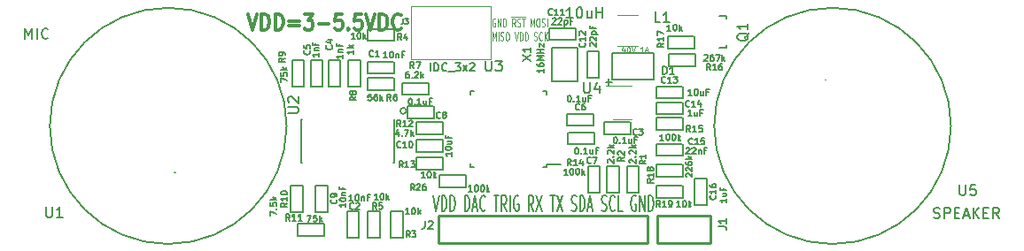
<source format=gbr>
G04 #@! TF.FileFunction,Legend,Top*
%FSLAX46Y46*%
G04 Gerber Fmt 4.6, Leading zero omitted, Abs format (unit mm)*
G04 Created by KiCad (PCBNEW 4.0.7) date 04/26/19 15:52:11*
%MOMM*%
%LPD*%
G01*
G04 APERTURE LIST*
%ADD10C,0.050000*%
%ADD11C,0.125000*%
%ADD12C,0.200000*%
%ADD13C,0.300000*%
%ADD14C,0.127000*%
%ADD15C,0.200660*%
%ADD16C,0.254000*%
%ADD17C,0.050800*%
%ADD18C,0.120000*%
%ADD19C,0.150000*%
%ADD20C,0.190500*%
G04 APERTURE END LIST*
D10*
D11*
X135254762Y-54237500D02*
X135207143Y-54199405D01*
X135135715Y-54199405D01*
X135064286Y-54237500D01*
X135016667Y-54313690D01*
X134992858Y-54389881D01*
X134969048Y-54542262D01*
X134969048Y-54656548D01*
X134992858Y-54808929D01*
X135016667Y-54885119D01*
X135064286Y-54961310D01*
X135135715Y-54999405D01*
X135183334Y-54999405D01*
X135254762Y-54961310D01*
X135278572Y-54923214D01*
X135278572Y-54656548D01*
X135183334Y-54656548D01*
X135492858Y-54999405D02*
X135492858Y-54199405D01*
X135778572Y-54999405D01*
X135778572Y-54199405D01*
X136016668Y-54999405D02*
X136016668Y-54199405D01*
X136135715Y-54199405D01*
X136207144Y-54237500D01*
X136254763Y-54313690D01*
X136278572Y-54389881D01*
X136302382Y-54542262D01*
X136302382Y-54656548D01*
X136278572Y-54808929D01*
X136254763Y-54885119D01*
X136207144Y-54961310D01*
X136135715Y-54999405D01*
X136016668Y-54999405D01*
X137183334Y-54999405D02*
X137016667Y-54618452D01*
X136897620Y-54999405D02*
X136897620Y-54199405D01*
X137088096Y-54199405D01*
X137135715Y-54237500D01*
X137159524Y-54275595D01*
X137183334Y-54351786D01*
X137183334Y-54466071D01*
X137159524Y-54542262D01*
X137135715Y-54580357D01*
X137088096Y-54618452D01*
X136897620Y-54618452D01*
X137373810Y-54961310D02*
X137445239Y-54999405D01*
X137564286Y-54999405D01*
X137611905Y-54961310D01*
X137635715Y-54923214D01*
X137659524Y-54847024D01*
X137659524Y-54770833D01*
X137635715Y-54694643D01*
X137611905Y-54656548D01*
X137564286Y-54618452D01*
X137469048Y-54580357D01*
X137421429Y-54542262D01*
X137397620Y-54504167D01*
X137373810Y-54427976D01*
X137373810Y-54351786D01*
X137397620Y-54275595D01*
X137421429Y-54237500D01*
X137469048Y-54199405D01*
X137588096Y-54199405D01*
X137659524Y-54237500D01*
X137802381Y-54199405D02*
X138088095Y-54199405D01*
X137945238Y-54999405D02*
X137945238Y-54199405D01*
X136778572Y-54061500D02*
X138135714Y-54061500D01*
X138635714Y-54999405D02*
X138635714Y-54199405D01*
X138802380Y-54770833D01*
X138969047Y-54199405D01*
X138969047Y-54999405D01*
X139302381Y-54199405D02*
X139397619Y-54199405D01*
X139445238Y-54237500D01*
X139492857Y-54313690D01*
X139516666Y-54466071D01*
X139516666Y-54732738D01*
X139492857Y-54885119D01*
X139445238Y-54961310D01*
X139397619Y-54999405D01*
X139302381Y-54999405D01*
X139254762Y-54961310D01*
X139207143Y-54885119D01*
X139183333Y-54732738D01*
X139183333Y-54466071D01*
X139207143Y-54313690D01*
X139254762Y-54237500D01*
X139302381Y-54199405D01*
X139707143Y-54961310D02*
X139778572Y-54999405D01*
X139897619Y-54999405D01*
X139945238Y-54961310D01*
X139969048Y-54923214D01*
X139992857Y-54847024D01*
X139992857Y-54770833D01*
X139969048Y-54694643D01*
X139945238Y-54656548D01*
X139897619Y-54618452D01*
X139802381Y-54580357D01*
X139754762Y-54542262D01*
X139730953Y-54504167D01*
X139707143Y-54427976D01*
X139707143Y-54351786D01*
X139730953Y-54275595D01*
X139754762Y-54237500D01*
X139802381Y-54199405D01*
X139921429Y-54199405D01*
X139992857Y-54237500D01*
X140207143Y-54999405D02*
X140207143Y-54199405D01*
X134980954Y-56324405D02*
X134980954Y-55524405D01*
X135147620Y-56095833D01*
X135314287Y-55524405D01*
X135314287Y-56324405D01*
X135552383Y-56324405D02*
X135552383Y-55524405D01*
X135766668Y-56286310D02*
X135838097Y-56324405D01*
X135957144Y-56324405D01*
X136004763Y-56286310D01*
X136028573Y-56248214D01*
X136052382Y-56172024D01*
X136052382Y-56095833D01*
X136028573Y-56019643D01*
X136004763Y-55981548D01*
X135957144Y-55943452D01*
X135861906Y-55905357D01*
X135814287Y-55867262D01*
X135790478Y-55829167D01*
X135766668Y-55752976D01*
X135766668Y-55676786D01*
X135790478Y-55600595D01*
X135814287Y-55562500D01*
X135861906Y-55524405D01*
X135980954Y-55524405D01*
X136052382Y-55562500D01*
X136361906Y-55524405D02*
X136457144Y-55524405D01*
X136504763Y-55562500D01*
X136552382Y-55638690D01*
X136576191Y-55791071D01*
X136576191Y-56057738D01*
X136552382Y-56210119D01*
X136504763Y-56286310D01*
X136457144Y-56324405D01*
X136361906Y-56324405D01*
X136314287Y-56286310D01*
X136266668Y-56210119D01*
X136242858Y-56057738D01*
X136242858Y-55791071D01*
X136266668Y-55638690D01*
X136314287Y-55562500D01*
X136361906Y-55524405D01*
X137100001Y-55524405D02*
X137266668Y-56324405D01*
X137433334Y-55524405D01*
X137600001Y-56324405D02*
X137600001Y-55524405D01*
X137719048Y-55524405D01*
X137790477Y-55562500D01*
X137838096Y-55638690D01*
X137861905Y-55714881D01*
X137885715Y-55867262D01*
X137885715Y-55981548D01*
X137861905Y-56133929D01*
X137838096Y-56210119D01*
X137790477Y-56286310D01*
X137719048Y-56324405D01*
X137600001Y-56324405D01*
X138100001Y-56324405D02*
X138100001Y-55524405D01*
X138219048Y-55524405D01*
X138290477Y-55562500D01*
X138338096Y-55638690D01*
X138361905Y-55714881D01*
X138385715Y-55867262D01*
X138385715Y-55981548D01*
X138361905Y-56133929D01*
X138338096Y-56210119D01*
X138290477Y-56286310D01*
X138219048Y-56324405D01*
X138100001Y-56324405D01*
X138957143Y-56286310D02*
X139028572Y-56324405D01*
X139147619Y-56324405D01*
X139195238Y-56286310D01*
X139219048Y-56248214D01*
X139242857Y-56172024D01*
X139242857Y-56095833D01*
X139219048Y-56019643D01*
X139195238Y-55981548D01*
X139147619Y-55943452D01*
X139052381Y-55905357D01*
X139004762Y-55867262D01*
X138980953Y-55829167D01*
X138957143Y-55752976D01*
X138957143Y-55676786D01*
X138980953Y-55600595D01*
X139004762Y-55562500D01*
X139052381Y-55524405D01*
X139171429Y-55524405D01*
X139242857Y-55562500D01*
X139742857Y-56248214D02*
X139719047Y-56286310D01*
X139647619Y-56324405D01*
X139600000Y-56324405D01*
X139528571Y-56286310D01*
X139480952Y-56210119D01*
X139457143Y-56133929D01*
X139433333Y-55981548D01*
X139433333Y-55867262D01*
X139457143Y-55714881D01*
X139480952Y-55638690D01*
X139528571Y-55562500D01*
X139600000Y-55524405D01*
X139647619Y-55524405D01*
X139719047Y-55562500D01*
X139742857Y-55600595D01*
X139957143Y-56324405D02*
X139957143Y-55524405D01*
X140242857Y-56324405D02*
X140028571Y-55867262D01*
X140242857Y-55524405D02*
X139957143Y-55981548D01*
D12*
X129347618Y-71178571D02*
X129614285Y-72678571D01*
X129880952Y-71178571D01*
X130147618Y-72678571D02*
X130147618Y-71178571D01*
X130338094Y-71178571D01*
X130452380Y-71250000D01*
X130528571Y-71392857D01*
X130566666Y-71535714D01*
X130604761Y-71821429D01*
X130604761Y-72035714D01*
X130566666Y-72321429D01*
X130528571Y-72464286D01*
X130452380Y-72607143D01*
X130338094Y-72678571D01*
X130147618Y-72678571D01*
X130947618Y-72678571D02*
X130947618Y-71178571D01*
X131138094Y-71178571D01*
X131252380Y-71250000D01*
X131328571Y-71392857D01*
X131366666Y-71535714D01*
X131404761Y-71821429D01*
X131404761Y-72035714D01*
X131366666Y-72321429D01*
X131328571Y-72464286D01*
X131252380Y-72607143D01*
X131138094Y-72678571D01*
X130947618Y-72678571D01*
X132357142Y-72678571D02*
X132357142Y-71178571D01*
X132547618Y-71178571D01*
X132661904Y-71250000D01*
X132738095Y-71392857D01*
X132776190Y-71535714D01*
X132814285Y-71821429D01*
X132814285Y-72035714D01*
X132776190Y-72321429D01*
X132738095Y-72464286D01*
X132661904Y-72607143D01*
X132547618Y-72678571D01*
X132357142Y-72678571D01*
X133119047Y-72250000D02*
X133499999Y-72250000D01*
X133042856Y-72678571D02*
X133309523Y-71178571D01*
X133576190Y-72678571D01*
X134299999Y-72535714D02*
X134261904Y-72607143D01*
X134147618Y-72678571D01*
X134071428Y-72678571D01*
X133957142Y-72607143D01*
X133880951Y-72464286D01*
X133842856Y-72321429D01*
X133804761Y-72035714D01*
X133804761Y-71821429D01*
X133842856Y-71535714D01*
X133880951Y-71392857D01*
X133957142Y-71250000D01*
X134071428Y-71178571D01*
X134147618Y-71178571D01*
X134261904Y-71250000D01*
X134299999Y-71321429D01*
X135138094Y-71178571D02*
X135595237Y-71178571D01*
X135366666Y-72678571D02*
X135366666Y-71178571D01*
X136319047Y-72678571D02*
X136052380Y-71964286D01*
X135861904Y-72678571D02*
X135861904Y-71178571D01*
X136166666Y-71178571D01*
X136242857Y-71250000D01*
X136280952Y-71321429D01*
X136319047Y-71464286D01*
X136319047Y-71678571D01*
X136280952Y-71821429D01*
X136242857Y-71892857D01*
X136166666Y-71964286D01*
X135861904Y-71964286D01*
X136661904Y-72678571D02*
X136661904Y-71178571D01*
X137461904Y-71250000D02*
X137385713Y-71178571D01*
X137271428Y-71178571D01*
X137157142Y-71250000D01*
X137080951Y-71392857D01*
X137042856Y-71535714D01*
X137004761Y-71821429D01*
X137004761Y-72035714D01*
X137042856Y-72321429D01*
X137080951Y-72464286D01*
X137157142Y-72607143D01*
X137271428Y-72678571D01*
X137347618Y-72678571D01*
X137461904Y-72607143D01*
X137499999Y-72535714D01*
X137499999Y-72035714D01*
X137347618Y-72035714D01*
X138909523Y-72678571D02*
X138642856Y-71964286D01*
X138452380Y-72678571D02*
X138452380Y-71178571D01*
X138757142Y-71178571D01*
X138833333Y-71250000D01*
X138871428Y-71321429D01*
X138909523Y-71464286D01*
X138909523Y-71678571D01*
X138871428Y-71821429D01*
X138833333Y-71892857D01*
X138757142Y-71964286D01*
X138452380Y-71964286D01*
X139176190Y-71178571D02*
X139709523Y-72678571D01*
X139709523Y-71178571D02*
X139176190Y-72678571D01*
X140509523Y-71178571D02*
X140966666Y-71178571D01*
X140738095Y-72678571D02*
X140738095Y-71178571D01*
X141157143Y-71178571D02*
X141690476Y-72678571D01*
X141690476Y-71178571D02*
X141157143Y-72678571D01*
X142566667Y-72607143D02*
X142680953Y-72678571D01*
X142871429Y-72678571D01*
X142947619Y-72607143D01*
X142985715Y-72535714D01*
X143023810Y-72392857D01*
X143023810Y-72250000D01*
X142985715Y-72107143D01*
X142947619Y-72035714D01*
X142871429Y-71964286D01*
X142719048Y-71892857D01*
X142642857Y-71821429D01*
X142604762Y-71750000D01*
X142566667Y-71607143D01*
X142566667Y-71464286D01*
X142604762Y-71321429D01*
X142642857Y-71250000D01*
X142719048Y-71178571D01*
X142909524Y-71178571D01*
X143023810Y-71250000D01*
X143366667Y-72678571D02*
X143366667Y-71178571D01*
X143557143Y-71178571D01*
X143671429Y-71250000D01*
X143747620Y-71392857D01*
X143785715Y-71535714D01*
X143823810Y-71821429D01*
X143823810Y-72035714D01*
X143785715Y-72321429D01*
X143747620Y-72464286D01*
X143671429Y-72607143D01*
X143557143Y-72678571D01*
X143366667Y-72678571D01*
X144128572Y-72250000D02*
X144509524Y-72250000D01*
X144052381Y-72678571D02*
X144319048Y-71178571D01*
X144585715Y-72678571D01*
X145423810Y-72607143D02*
X145538096Y-72678571D01*
X145728572Y-72678571D01*
X145804762Y-72607143D01*
X145842858Y-72535714D01*
X145880953Y-72392857D01*
X145880953Y-72250000D01*
X145842858Y-72107143D01*
X145804762Y-72035714D01*
X145728572Y-71964286D01*
X145576191Y-71892857D01*
X145500000Y-71821429D01*
X145461905Y-71750000D01*
X145423810Y-71607143D01*
X145423810Y-71464286D01*
X145461905Y-71321429D01*
X145500000Y-71250000D01*
X145576191Y-71178571D01*
X145766667Y-71178571D01*
X145880953Y-71250000D01*
X146680953Y-72535714D02*
X146642858Y-72607143D01*
X146528572Y-72678571D01*
X146452382Y-72678571D01*
X146338096Y-72607143D01*
X146261905Y-72464286D01*
X146223810Y-72321429D01*
X146185715Y-72035714D01*
X146185715Y-71821429D01*
X146223810Y-71535714D01*
X146261905Y-71392857D01*
X146338096Y-71250000D01*
X146452382Y-71178571D01*
X146528572Y-71178571D01*
X146642858Y-71250000D01*
X146680953Y-71321429D01*
X147404763Y-72678571D02*
X147023810Y-72678571D01*
X147023810Y-71178571D01*
X148700001Y-71250000D02*
X148623810Y-71178571D01*
X148509525Y-71178571D01*
X148395239Y-71250000D01*
X148319048Y-71392857D01*
X148280953Y-71535714D01*
X148242858Y-71821429D01*
X148242858Y-72035714D01*
X148280953Y-72321429D01*
X148319048Y-72464286D01*
X148395239Y-72607143D01*
X148509525Y-72678571D01*
X148585715Y-72678571D01*
X148700001Y-72607143D01*
X148738096Y-72535714D01*
X148738096Y-72035714D01*
X148585715Y-72035714D01*
X149080953Y-72678571D02*
X149080953Y-71178571D01*
X149538096Y-72678571D01*
X149538096Y-71178571D01*
X149919048Y-72678571D02*
X149919048Y-71178571D01*
X150109524Y-71178571D01*
X150223810Y-71250000D01*
X150300001Y-71392857D01*
X150338096Y-71535714D01*
X150376191Y-71821429D01*
X150376191Y-72035714D01*
X150338096Y-72321429D01*
X150300001Y-72464286D01*
X150223810Y-72607143D01*
X150109524Y-72678571D01*
X149919048Y-72678571D01*
D13*
X111633334Y-53778571D02*
X112066667Y-55278571D01*
X112500000Y-53778571D01*
X112933334Y-55278571D02*
X112933334Y-53778571D01*
X113242858Y-53778571D01*
X113428572Y-53850000D01*
X113552381Y-53992857D01*
X113614286Y-54135714D01*
X113676191Y-54421429D01*
X113676191Y-54635714D01*
X113614286Y-54921429D01*
X113552381Y-55064286D01*
X113428572Y-55207143D01*
X113242858Y-55278571D01*
X112933334Y-55278571D01*
X114233334Y-55278571D02*
X114233334Y-53778571D01*
X114542858Y-53778571D01*
X114728572Y-53850000D01*
X114852381Y-53992857D01*
X114914286Y-54135714D01*
X114976191Y-54421429D01*
X114976191Y-54635714D01*
X114914286Y-54921429D01*
X114852381Y-55064286D01*
X114728572Y-55207143D01*
X114542858Y-55278571D01*
X114233334Y-55278571D01*
X115533334Y-54492857D02*
X116523810Y-54492857D01*
X116523810Y-54921429D02*
X115533334Y-54921429D01*
X117019048Y-53778571D02*
X117823810Y-53778571D01*
X117390477Y-54350000D01*
X117576191Y-54350000D01*
X117700001Y-54421429D01*
X117761905Y-54492857D01*
X117823810Y-54635714D01*
X117823810Y-54992857D01*
X117761905Y-55135714D01*
X117700001Y-55207143D01*
X117576191Y-55278571D01*
X117204763Y-55278571D01*
X117080953Y-55207143D01*
X117019048Y-55135714D01*
X118380953Y-54707143D02*
X119371429Y-54707143D01*
X120609524Y-53778571D02*
X119990477Y-53778571D01*
X119928572Y-54492857D01*
X119990477Y-54421429D01*
X120114286Y-54350000D01*
X120423810Y-54350000D01*
X120547620Y-54421429D01*
X120609524Y-54492857D01*
X120671429Y-54635714D01*
X120671429Y-54992857D01*
X120609524Y-55135714D01*
X120547620Y-55207143D01*
X120423810Y-55278571D01*
X120114286Y-55278571D01*
X119990477Y-55207143D01*
X119928572Y-55135714D01*
X121228572Y-55135714D02*
X121290477Y-55207143D01*
X121228572Y-55278571D01*
X121166667Y-55207143D01*
X121228572Y-55135714D01*
X121228572Y-55278571D01*
X122466667Y-53778571D02*
X121847620Y-53778571D01*
X121785715Y-54492857D01*
X121847620Y-54421429D01*
X121971429Y-54350000D01*
X122280953Y-54350000D01*
X122404763Y-54421429D01*
X122466667Y-54492857D01*
X122528572Y-54635714D01*
X122528572Y-54992857D01*
X122466667Y-55135714D01*
X122404763Y-55207143D01*
X122280953Y-55278571D01*
X121971429Y-55278571D01*
X121847620Y-55207143D01*
X121785715Y-55135714D01*
X122900001Y-53778571D02*
X123333334Y-55278571D01*
X123766667Y-53778571D01*
X124200001Y-55278571D02*
X124200001Y-53778571D01*
X124509525Y-53778571D01*
X124695239Y-53850000D01*
X124819048Y-53992857D01*
X124880953Y-54135714D01*
X124942858Y-54421429D01*
X124942858Y-54635714D01*
X124880953Y-54921429D01*
X124819048Y-55064286D01*
X124695239Y-55207143D01*
X124509525Y-55278571D01*
X124200001Y-55278571D01*
X126242858Y-55135714D02*
X126180953Y-55207143D01*
X125995239Y-55278571D01*
X125871429Y-55278571D01*
X125685715Y-55207143D01*
X125561906Y-55064286D01*
X125500001Y-54921429D01*
X125438096Y-54635714D01*
X125438096Y-54421429D01*
X125500001Y-54135714D01*
X125561906Y-53992857D01*
X125685715Y-53850000D01*
X125871429Y-53778571D01*
X125995239Y-53778571D01*
X126180953Y-53850000D01*
X126242858Y-53921429D01*
D14*
X123050000Y-58330000D02*
X125550000Y-58330000D01*
X125570000Y-58330000D02*
X125570000Y-59470000D01*
X125550000Y-59470000D02*
X123050000Y-59470000D01*
X123030000Y-59470000D02*
X123030000Y-58330000D01*
X122220000Y-72700000D02*
X122220000Y-75200000D01*
X122220000Y-75220000D02*
X121080000Y-75220000D01*
X121080000Y-75200000D02*
X121080000Y-72700000D01*
X121080000Y-72680000D02*
X122220000Y-72680000D01*
X145650000Y-64130000D02*
X148150000Y-64130000D01*
X148170000Y-64130000D02*
X148170000Y-65270000D01*
X148150000Y-65270000D02*
X145650000Y-65270000D01*
X145630000Y-65270000D02*
X145630000Y-64130000D01*
X120470000Y-58250000D02*
X120470000Y-60750000D01*
X120470000Y-60770000D02*
X119330000Y-60770000D01*
X119330000Y-60750000D02*
X119330000Y-58250000D01*
X119330000Y-58230000D02*
X120470000Y-58230000D01*
X118770000Y-58250000D02*
X118770000Y-60750000D01*
X118770000Y-60770000D02*
X117630000Y-60770000D01*
X117630000Y-60750000D02*
X117630000Y-58250000D01*
X117630000Y-58230000D02*
X118770000Y-58230000D01*
X142150000Y-63330000D02*
X144650000Y-63330000D01*
X144670000Y-63330000D02*
X144670000Y-64470000D01*
X144650000Y-64470000D02*
X142150000Y-64470000D01*
X142130000Y-64470000D02*
X142130000Y-63330000D01*
X142250000Y-65130000D02*
X144750000Y-65130000D01*
X144770000Y-65130000D02*
X144770000Y-66270000D01*
X144750000Y-66270000D02*
X142250000Y-66270000D01*
X142230000Y-66270000D02*
X142230000Y-65130000D01*
X129350000Y-63770000D02*
X126850000Y-63770000D01*
X126830000Y-63770000D02*
X126830000Y-62630000D01*
X126850000Y-62630000D02*
X129350000Y-62630000D01*
X129370000Y-62630000D02*
X129370000Y-63770000D01*
X119220000Y-70200000D02*
X119220000Y-72700000D01*
X119220000Y-72720000D02*
X118080000Y-72720000D01*
X118080000Y-72700000D02*
X118080000Y-70200000D01*
X118080000Y-70180000D02*
X119220000Y-70180000D01*
X130250000Y-66970000D02*
X127750000Y-66970000D01*
X127730000Y-66970000D02*
X127730000Y-65830000D01*
X127750000Y-65830000D02*
X130250000Y-65830000D01*
X130270000Y-65830000D02*
X130270000Y-66970000D01*
X140450000Y-55130000D02*
X142950000Y-55130000D01*
X142970000Y-55130000D02*
X142970000Y-56270000D01*
X142950000Y-56270000D02*
X140450000Y-56270000D01*
X140430000Y-56270000D02*
X140430000Y-55130000D01*
X144030000Y-59850000D02*
X144030000Y-57350000D01*
X144030000Y-57330000D02*
X145170000Y-57330000D01*
X145170000Y-57350000D02*
X145170000Y-59850000D01*
X145170000Y-59870000D02*
X144030000Y-59870000D01*
X150650000Y-60730000D02*
X153150000Y-60730000D01*
X153170000Y-60730000D02*
X153170000Y-61870000D01*
X153150000Y-61870000D02*
X150650000Y-61870000D01*
X150630000Y-61870000D02*
X150630000Y-60730000D01*
X150650000Y-62230000D02*
X153150000Y-62230000D01*
X153170000Y-62230000D02*
X153170000Y-63370000D01*
X153150000Y-63370000D02*
X150650000Y-63370000D01*
X150630000Y-63370000D02*
X150630000Y-62230000D01*
X153150000Y-67370000D02*
X150650000Y-67370000D01*
X150630000Y-67370000D02*
X150630000Y-66230000D01*
X150650000Y-66230000D02*
X153150000Y-66230000D01*
X153170000Y-66230000D02*
X153170000Y-67370000D01*
X155470000Y-69550000D02*
X155470000Y-72050000D01*
X155470000Y-72070000D02*
X154330000Y-72070000D01*
X154330000Y-72050000D02*
X154330000Y-69550000D01*
X154330000Y-69530000D02*
X155470000Y-69530000D01*
D15*
X146400000Y-57530000D02*
X150400000Y-57530000D01*
X150400000Y-57530000D02*
X150400000Y-60070000D01*
X150400000Y-60070000D02*
X146400000Y-60070000D01*
X146400000Y-60070000D02*
X146400000Y-57530000D01*
X146124700Y-59975180D02*
X146124700Y-60673680D01*
X145824980Y-60328240D02*
X146424420Y-60328240D01*
D16*
X155800000Y-73130000D02*
X150800000Y-73130000D01*
X155820000Y-73130000D02*
X155820000Y-75670000D01*
X155800000Y-75685240D02*
X150800000Y-75685240D01*
X150764760Y-75685240D02*
X150764760Y-73124920D01*
D17*
X134810000Y-58140000D02*
X127190000Y-58140000D01*
X127190000Y-58140000D02*
X127190000Y-53060000D01*
X127190000Y-53060000D02*
X134810000Y-53060000D01*
X134810000Y-53060000D02*
X134810000Y-58140000D01*
D18*
X146900000Y-53920000D02*
X148900000Y-53920000D01*
X148900000Y-56880000D02*
X146900000Y-56880000D01*
D19*
X157350240Y-56799160D02*
X157350240Y-56750900D01*
X156649200Y-54000180D02*
X157350240Y-54000180D01*
X157350240Y-54000180D02*
X157350240Y-54249100D01*
X157350240Y-56799160D02*
X157350240Y-56999820D01*
X157350240Y-56999820D02*
X156649200Y-56999820D01*
D14*
X147830000Y-70870000D02*
X148970000Y-70870000D01*
X147830000Y-68330000D02*
X148970000Y-68330000D01*
X147830000Y-70850000D02*
X147830000Y-68350000D01*
X148970000Y-68350000D02*
X148970000Y-70850000D01*
X145930000Y-70870000D02*
X147070000Y-70870000D01*
X145930000Y-68330000D02*
X147070000Y-68330000D01*
X145930000Y-70850000D02*
X145930000Y-68350000D01*
X147070000Y-68350000D02*
X147070000Y-70850000D01*
X126420000Y-72680000D02*
X125280000Y-72680000D01*
X126420000Y-75220000D02*
X125280000Y-75220000D01*
X126420000Y-72700000D02*
X126420000Y-75200000D01*
X125280000Y-75200000D02*
X125280000Y-72700000D01*
X125570000Y-56370000D02*
X125570000Y-55230000D01*
X123030000Y-56370000D02*
X123030000Y-55230000D01*
X125550000Y-56370000D02*
X123050000Y-56370000D01*
X123050000Y-55230000D02*
X125550000Y-55230000D01*
X124220000Y-72680000D02*
X123080000Y-72680000D01*
X124220000Y-75220000D02*
X123080000Y-75220000D01*
X124220000Y-72700000D02*
X124220000Y-75200000D01*
X123080000Y-75200000D02*
X123080000Y-72700000D01*
X125570000Y-61070000D02*
X125570000Y-59930000D01*
X123030000Y-61070000D02*
X123030000Y-59930000D01*
X125550000Y-61070000D02*
X123050000Y-61070000D01*
X123050000Y-59930000D02*
X125550000Y-59930000D01*
X128920000Y-61520000D02*
X128920000Y-60380000D01*
X126380000Y-61520000D02*
X126380000Y-60380000D01*
X128900000Y-61520000D02*
X126400000Y-61520000D01*
X126400000Y-60380000D02*
X128900000Y-60380000D01*
X121230000Y-60770000D02*
X122370000Y-60770000D01*
X121230000Y-58230000D02*
X122370000Y-58230000D01*
X121230000Y-60750000D02*
X121230000Y-58250000D01*
X122370000Y-58250000D02*
X122370000Y-60750000D01*
X116970000Y-58230000D02*
X115830000Y-58230000D01*
X116970000Y-60770000D02*
X115830000Y-60770000D01*
X116970000Y-58250000D02*
X116970000Y-60750000D01*
X115830000Y-60750000D02*
X115830000Y-58250000D01*
X115730000Y-72770000D02*
X116870000Y-72770000D01*
X115730000Y-70230000D02*
X116870000Y-70230000D01*
X115730000Y-72750000D02*
X115730000Y-70250000D01*
X116870000Y-70250000D02*
X116870000Y-72750000D01*
X116380000Y-73880000D02*
X116380000Y-75020000D01*
X118920000Y-73880000D02*
X118920000Y-75020000D01*
X116400000Y-73880000D02*
X118900000Y-73880000D01*
X118900000Y-75020000D02*
X116400000Y-75020000D01*
X130270000Y-65270000D02*
X130270000Y-64130000D01*
X127730000Y-65270000D02*
X127730000Y-64130000D01*
X130250000Y-65270000D02*
X127750000Y-65270000D01*
X127750000Y-64130000D02*
X130250000Y-64130000D01*
X130270000Y-68670000D02*
X130270000Y-67530000D01*
X127730000Y-68670000D02*
X127730000Y-67530000D01*
X130250000Y-68670000D02*
X127750000Y-68670000D01*
X127750000Y-67530000D02*
X130250000Y-67530000D01*
X145270000Y-68330000D02*
X144130000Y-68330000D01*
X145270000Y-70870000D02*
X144130000Y-70870000D01*
X145270000Y-68350000D02*
X145270000Y-70850000D01*
X144130000Y-70850000D02*
X144130000Y-68350000D01*
X150630000Y-63730000D02*
X150630000Y-64870000D01*
X153170000Y-63730000D02*
X153170000Y-64870000D01*
X150650000Y-63730000D02*
X153150000Y-63730000D01*
X153150000Y-64870000D02*
X150650000Y-64870000D01*
X151830000Y-57630000D02*
X151830000Y-58770000D01*
X154370000Y-57630000D02*
X154370000Y-58770000D01*
X151850000Y-57630000D02*
X154350000Y-57630000D01*
X154350000Y-58770000D02*
X151850000Y-58770000D01*
X154270000Y-57070000D02*
X154270000Y-55930000D01*
X151730000Y-57070000D02*
X151730000Y-55930000D01*
X154250000Y-57070000D02*
X151750000Y-57070000D01*
X151750000Y-55930000D02*
X154250000Y-55930000D01*
X153170000Y-69370000D02*
X153170000Y-68230000D01*
X150630000Y-69370000D02*
X150630000Y-68230000D01*
X153150000Y-69370000D02*
X150650000Y-69370000D01*
X150650000Y-68230000D02*
X153150000Y-68230000D01*
X150630000Y-70230000D02*
X150630000Y-71370000D01*
X153170000Y-70230000D02*
X153170000Y-71370000D01*
X150650000Y-70230000D02*
X153150000Y-70230000D01*
X153150000Y-71370000D02*
X150650000Y-71370000D01*
X129930000Y-69230000D02*
X129930000Y-70370000D01*
X132470000Y-69230000D02*
X132470000Y-70370000D01*
X129950000Y-69230000D02*
X132450000Y-69230000D01*
X132450000Y-70370000D02*
X129950000Y-70370000D01*
D12*
X115313708Y-64500000D02*
G75*
G03X115313708Y-64500000I-11313708J0D01*
G01*
D19*
X104665400Y-68952800D02*
X104640400Y-68952800D01*
D12*
X126745968Y-63054400D02*
G75*
G03X126745968Y-63054400I-287368J0D01*
G01*
D19*
X125600000Y-63875000D02*
X125575000Y-63875000D01*
X125600000Y-68025000D02*
X125485000Y-68025000D01*
X116700000Y-68025000D02*
X116815000Y-68025000D01*
X116700000Y-63875000D02*
X116815000Y-63875000D01*
X125600000Y-63875000D02*
X125600000Y-68025000D01*
X116700000Y-63875000D02*
X116700000Y-68025000D01*
X140125000Y-68425000D02*
X140125000Y-68200000D01*
X132875000Y-68425000D02*
X132875000Y-68100000D01*
X132875000Y-61175000D02*
X132875000Y-61500000D01*
X140125000Y-61175000D02*
X140125000Y-61500000D01*
X140125000Y-68425000D02*
X139800000Y-68425000D01*
X140125000Y-61175000D02*
X139800000Y-61175000D01*
X132875000Y-61175000D02*
X133200000Y-61175000D01*
X132875000Y-68425000D02*
X133200000Y-68425000D01*
X140125000Y-68200000D02*
X141550000Y-68200000D01*
D18*
X146500000Y-63910000D02*
X148300000Y-63910000D01*
X148300000Y-60690000D02*
X145850000Y-60690000D01*
D12*
X178813708Y-64500000D02*
G75*
G03X178813708Y-64500000I-11313708J0D01*
G01*
D19*
X166834600Y-60047200D02*
X166859600Y-60047200D01*
X143150000Y-57000000D02*
X143150000Y-60200000D01*
X143150000Y-60200000D02*
X140650000Y-60200000D01*
X140650000Y-60200000D02*
X140650000Y-57000000D01*
X140650000Y-57000000D02*
X143150000Y-57000000D01*
D16*
X149800000Y-73130000D02*
X129800000Y-73130000D01*
X149800000Y-73130000D02*
X149800000Y-75670000D01*
X149800000Y-75685240D02*
X129800000Y-75685240D01*
X129800000Y-75685240D02*
X129800000Y-73124920D01*
D19*
X123600000Y-57814286D02*
X123571429Y-57842857D01*
X123485715Y-57871429D01*
X123428572Y-57871429D01*
X123342857Y-57842857D01*
X123285715Y-57785714D01*
X123257143Y-57728571D01*
X123228572Y-57614286D01*
X123228572Y-57528571D01*
X123257143Y-57414286D01*
X123285715Y-57357143D01*
X123342857Y-57300000D01*
X123428572Y-57271429D01*
X123485715Y-57271429D01*
X123571429Y-57300000D01*
X123600000Y-57328571D01*
X124171429Y-57871429D02*
X123828572Y-57871429D01*
X124000000Y-57871429D02*
X124000000Y-57271429D01*
X123942857Y-57357143D01*
X123885715Y-57414286D01*
X123828572Y-57442857D01*
X124957143Y-57971429D02*
X124614286Y-57971429D01*
X124785714Y-57971429D02*
X124785714Y-57371429D01*
X124728571Y-57457143D01*
X124671429Y-57514286D01*
X124614286Y-57542857D01*
X125328572Y-57371429D02*
X125385715Y-57371429D01*
X125442858Y-57400000D01*
X125471429Y-57428571D01*
X125500000Y-57485714D01*
X125528572Y-57600000D01*
X125528572Y-57742857D01*
X125500000Y-57857143D01*
X125471429Y-57914286D01*
X125442858Y-57942857D01*
X125385715Y-57971429D01*
X125328572Y-57971429D01*
X125271429Y-57942857D01*
X125242858Y-57914286D01*
X125214286Y-57857143D01*
X125185715Y-57742857D01*
X125185715Y-57600000D01*
X125214286Y-57485714D01*
X125242858Y-57428571D01*
X125271429Y-57400000D01*
X125328572Y-57371429D01*
X125785715Y-57571429D02*
X125785715Y-57971429D01*
X125785715Y-57628571D02*
X125814287Y-57600000D01*
X125871429Y-57571429D01*
X125957144Y-57571429D01*
X126014287Y-57600000D01*
X126042858Y-57657143D01*
X126042858Y-57971429D01*
X126528572Y-57657143D02*
X126328572Y-57657143D01*
X126328572Y-57971429D02*
X126328572Y-57371429D01*
X126614286Y-57371429D01*
X121700000Y-72414286D02*
X121671429Y-72442857D01*
X121585715Y-72471429D01*
X121528572Y-72471429D01*
X121442857Y-72442857D01*
X121385715Y-72385714D01*
X121357143Y-72328571D01*
X121328572Y-72214286D01*
X121328572Y-72128571D01*
X121357143Y-72014286D01*
X121385715Y-71957143D01*
X121442857Y-71900000D01*
X121528572Y-71871429D01*
X121585715Y-71871429D01*
X121671429Y-71900000D01*
X121700000Y-71928571D01*
X121928572Y-71928571D02*
X121957143Y-71900000D01*
X122014286Y-71871429D01*
X122157143Y-71871429D01*
X122214286Y-71900000D01*
X122242857Y-71928571D01*
X122271429Y-71985714D01*
X122271429Y-72042857D01*
X122242857Y-72128571D01*
X121900000Y-72471429D01*
X122271429Y-72471429D01*
X121657143Y-71671429D02*
X121314286Y-71671429D01*
X121485714Y-71671429D02*
X121485714Y-71071429D01*
X121428571Y-71157143D01*
X121371429Y-71214286D01*
X121314286Y-71242857D01*
X122028572Y-71071429D02*
X122085715Y-71071429D01*
X122142858Y-71100000D01*
X122171429Y-71128571D01*
X122200000Y-71185714D01*
X122228572Y-71300000D01*
X122228572Y-71442857D01*
X122200000Y-71557143D01*
X122171429Y-71614286D01*
X122142858Y-71642857D01*
X122085715Y-71671429D01*
X122028572Y-71671429D01*
X121971429Y-71642857D01*
X121942858Y-71614286D01*
X121914286Y-71557143D01*
X121885715Y-71442857D01*
X121885715Y-71300000D01*
X121914286Y-71185714D01*
X121942858Y-71128571D01*
X121971429Y-71100000D01*
X122028572Y-71071429D01*
X122485715Y-71271429D02*
X122485715Y-71671429D01*
X122485715Y-71328571D02*
X122514287Y-71300000D01*
X122571429Y-71271429D01*
X122657144Y-71271429D01*
X122714287Y-71300000D01*
X122742858Y-71357143D01*
X122742858Y-71671429D01*
X123228572Y-71357143D02*
X123028572Y-71357143D01*
X123028572Y-71671429D02*
X123028572Y-71071429D01*
X123314286Y-71071429D01*
X148800000Y-65314286D02*
X148771429Y-65342857D01*
X148685715Y-65371429D01*
X148628572Y-65371429D01*
X148542857Y-65342857D01*
X148485715Y-65285714D01*
X148457143Y-65228571D01*
X148428572Y-65114286D01*
X148428572Y-65028571D01*
X148457143Y-64914286D01*
X148485715Y-64857143D01*
X148542857Y-64800000D01*
X148628572Y-64771429D01*
X148685715Y-64771429D01*
X148771429Y-64800000D01*
X148800000Y-64828571D01*
X149000000Y-64771429D02*
X149371429Y-64771429D01*
X149171429Y-65000000D01*
X149257143Y-65000000D01*
X149314286Y-65028571D01*
X149342857Y-65057143D01*
X149371429Y-65114286D01*
X149371429Y-65257143D01*
X149342857Y-65314286D01*
X149314286Y-65342857D01*
X149257143Y-65371429D01*
X149085715Y-65371429D01*
X149028572Y-65342857D01*
X149000000Y-65314286D01*
X146714286Y-65571429D02*
X146771429Y-65571429D01*
X146828572Y-65600000D01*
X146857143Y-65628571D01*
X146885714Y-65685714D01*
X146914286Y-65800000D01*
X146914286Y-65942857D01*
X146885714Y-66057143D01*
X146857143Y-66114286D01*
X146828572Y-66142857D01*
X146771429Y-66171429D01*
X146714286Y-66171429D01*
X146657143Y-66142857D01*
X146628572Y-66114286D01*
X146600000Y-66057143D01*
X146571429Y-65942857D01*
X146571429Y-65800000D01*
X146600000Y-65685714D01*
X146628572Y-65628571D01*
X146657143Y-65600000D01*
X146714286Y-65571429D01*
X147171429Y-66114286D02*
X147200001Y-66142857D01*
X147171429Y-66171429D01*
X147142858Y-66142857D01*
X147171429Y-66114286D01*
X147171429Y-66171429D01*
X147771429Y-66171429D02*
X147428572Y-66171429D01*
X147600000Y-66171429D02*
X147600000Y-65571429D01*
X147542857Y-65657143D01*
X147485715Y-65714286D01*
X147428572Y-65742857D01*
X148285715Y-65771429D02*
X148285715Y-66171429D01*
X148028572Y-65771429D02*
X148028572Y-66085714D01*
X148057144Y-66142857D01*
X148114286Y-66171429D01*
X148200001Y-66171429D01*
X148257144Y-66142857D01*
X148285715Y-66114286D01*
X148771429Y-65857143D02*
X148571429Y-65857143D01*
X148571429Y-66171429D02*
X148571429Y-65571429D01*
X148857143Y-65571429D01*
X119614286Y-56800000D02*
X119642857Y-56828571D01*
X119671429Y-56914285D01*
X119671429Y-56971428D01*
X119642857Y-57057143D01*
X119585714Y-57114285D01*
X119528571Y-57142857D01*
X119414286Y-57171428D01*
X119328571Y-57171428D01*
X119214286Y-57142857D01*
X119157143Y-57114285D01*
X119100000Y-57057143D01*
X119071429Y-56971428D01*
X119071429Y-56914285D01*
X119100000Y-56828571D01*
X119128571Y-56800000D01*
X119271429Y-56285714D02*
X119671429Y-56285714D01*
X119042857Y-56428571D02*
X119471429Y-56571428D01*
X119471429Y-56200000D01*
X120671429Y-57657143D02*
X120671429Y-58000000D01*
X120671429Y-57828572D02*
X120071429Y-57828572D01*
X120157143Y-57885715D01*
X120214286Y-57942857D01*
X120242857Y-58000000D01*
X120271429Y-57400000D02*
X120671429Y-57400000D01*
X120328571Y-57400000D02*
X120300000Y-57371428D01*
X120271429Y-57314286D01*
X120271429Y-57228571D01*
X120300000Y-57171428D01*
X120357143Y-57142857D01*
X120671429Y-57142857D01*
X120357143Y-56657143D02*
X120357143Y-56857143D01*
X120671429Y-56857143D02*
X120071429Y-56857143D01*
X120071429Y-56571429D01*
X117514286Y-57300000D02*
X117542857Y-57328571D01*
X117571429Y-57414285D01*
X117571429Y-57471428D01*
X117542857Y-57557143D01*
X117485714Y-57614285D01*
X117428571Y-57642857D01*
X117314286Y-57671428D01*
X117228571Y-57671428D01*
X117114286Y-57642857D01*
X117057143Y-57614285D01*
X117000000Y-57557143D01*
X116971429Y-57471428D01*
X116971429Y-57414285D01*
X117000000Y-57328571D01*
X117028571Y-57300000D01*
X116971429Y-56757143D02*
X116971429Y-57042857D01*
X117257143Y-57071428D01*
X117228571Y-57042857D01*
X117200000Y-56985714D01*
X117200000Y-56842857D01*
X117228571Y-56785714D01*
X117257143Y-56757143D01*
X117314286Y-56728571D01*
X117457143Y-56728571D01*
X117514286Y-56757143D01*
X117542857Y-56785714D01*
X117571429Y-56842857D01*
X117571429Y-56985714D01*
X117542857Y-57042857D01*
X117514286Y-57071428D01*
X118371429Y-57557143D02*
X118371429Y-57900000D01*
X118371429Y-57728572D02*
X117771429Y-57728572D01*
X117857143Y-57785715D01*
X117914286Y-57842857D01*
X117942857Y-57900000D01*
X117971429Y-57300000D02*
X118371429Y-57300000D01*
X118028571Y-57300000D02*
X118000000Y-57271428D01*
X117971429Y-57214286D01*
X117971429Y-57128571D01*
X118000000Y-57071428D01*
X118057143Y-57042857D01*
X118371429Y-57042857D01*
X118057143Y-56557143D02*
X118057143Y-56757143D01*
X118371429Y-56757143D02*
X117771429Y-56757143D01*
X117771429Y-56471429D01*
X143300000Y-62914286D02*
X143271429Y-62942857D01*
X143185715Y-62971429D01*
X143128572Y-62971429D01*
X143042857Y-62942857D01*
X142985715Y-62885714D01*
X142957143Y-62828571D01*
X142928572Y-62714286D01*
X142928572Y-62628571D01*
X142957143Y-62514286D01*
X142985715Y-62457143D01*
X143042857Y-62400000D01*
X143128572Y-62371429D01*
X143185715Y-62371429D01*
X143271429Y-62400000D01*
X143300000Y-62428571D01*
X143814286Y-62371429D02*
X143700000Y-62371429D01*
X143642857Y-62400000D01*
X143614286Y-62428571D01*
X143557143Y-62514286D01*
X143528572Y-62628571D01*
X143528572Y-62857143D01*
X143557143Y-62914286D01*
X143585715Y-62942857D01*
X143642857Y-62971429D01*
X143757143Y-62971429D01*
X143814286Y-62942857D01*
X143842857Y-62914286D01*
X143871429Y-62857143D01*
X143871429Y-62714286D01*
X143842857Y-62657143D01*
X143814286Y-62628571D01*
X143757143Y-62600000D01*
X143642857Y-62600000D01*
X143585715Y-62628571D01*
X143557143Y-62657143D01*
X143528572Y-62714286D01*
X142314286Y-61571429D02*
X142371429Y-61571429D01*
X142428572Y-61600000D01*
X142457143Y-61628571D01*
X142485714Y-61685714D01*
X142514286Y-61800000D01*
X142514286Y-61942857D01*
X142485714Y-62057143D01*
X142457143Y-62114286D01*
X142428572Y-62142857D01*
X142371429Y-62171429D01*
X142314286Y-62171429D01*
X142257143Y-62142857D01*
X142228572Y-62114286D01*
X142200000Y-62057143D01*
X142171429Y-61942857D01*
X142171429Y-61800000D01*
X142200000Y-61685714D01*
X142228572Y-61628571D01*
X142257143Y-61600000D01*
X142314286Y-61571429D01*
X142771429Y-62114286D02*
X142800001Y-62142857D01*
X142771429Y-62171429D01*
X142742858Y-62142857D01*
X142771429Y-62114286D01*
X142771429Y-62171429D01*
X143371429Y-62171429D02*
X143028572Y-62171429D01*
X143200000Y-62171429D02*
X143200000Y-61571429D01*
X143142857Y-61657143D01*
X143085715Y-61714286D01*
X143028572Y-61742857D01*
X143885715Y-61771429D02*
X143885715Y-62171429D01*
X143628572Y-61771429D02*
X143628572Y-62085714D01*
X143657144Y-62142857D01*
X143714286Y-62171429D01*
X143800001Y-62171429D01*
X143857144Y-62142857D01*
X143885715Y-62114286D01*
X144371429Y-61857143D02*
X144171429Y-61857143D01*
X144171429Y-62171429D02*
X144171429Y-61571429D01*
X144457143Y-61571429D01*
X144400000Y-68014286D02*
X144371429Y-68042857D01*
X144285715Y-68071429D01*
X144228572Y-68071429D01*
X144142857Y-68042857D01*
X144085715Y-67985714D01*
X144057143Y-67928571D01*
X144028572Y-67814286D01*
X144028572Y-67728571D01*
X144057143Y-67614286D01*
X144085715Y-67557143D01*
X144142857Y-67500000D01*
X144228572Y-67471429D01*
X144285715Y-67471429D01*
X144371429Y-67500000D01*
X144400000Y-67528571D01*
X144600000Y-67471429D02*
X145000000Y-67471429D01*
X144742857Y-68071429D01*
X143014286Y-66571429D02*
X143071429Y-66571429D01*
X143128572Y-66600000D01*
X143157143Y-66628571D01*
X143185714Y-66685714D01*
X143214286Y-66800000D01*
X143214286Y-66942857D01*
X143185714Y-67057143D01*
X143157143Y-67114286D01*
X143128572Y-67142857D01*
X143071429Y-67171429D01*
X143014286Y-67171429D01*
X142957143Y-67142857D01*
X142928572Y-67114286D01*
X142900000Y-67057143D01*
X142871429Y-66942857D01*
X142871429Y-66800000D01*
X142900000Y-66685714D01*
X142928572Y-66628571D01*
X142957143Y-66600000D01*
X143014286Y-66571429D01*
X143471429Y-67114286D02*
X143500001Y-67142857D01*
X143471429Y-67171429D01*
X143442858Y-67142857D01*
X143471429Y-67114286D01*
X143471429Y-67171429D01*
X144071429Y-67171429D02*
X143728572Y-67171429D01*
X143900000Y-67171429D02*
X143900000Y-66571429D01*
X143842857Y-66657143D01*
X143785715Y-66714286D01*
X143728572Y-66742857D01*
X144585715Y-66771429D02*
X144585715Y-67171429D01*
X144328572Y-66771429D02*
X144328572Y-67085714D01*
X144357144Y-67142857D01*
X144414286Y-67171429D01*
X144500001Y-67171429D01*
X144557144Y-67142857D01*
X144585715Y-67114286D01*
X145071429Y-66857143D02*
X144871429Y-66857143D01*
X144871429Y-67171429D02*
X144871429Y-66571429D01*
X145157143Y-66571429D01*
X130000000Y-63714286D02*
X129971429Y-63742857D01*
X129885715Y-63771429D01*
X129828572Y-63771429D01*
X129742857Y-63742857D01*
X129685715Y-63685714D01*
X129657143Y-63628571D01*
X129628572Y-63514286D01*
X129628572Y-63428571D01*
X129657143Y-63314286D01*
X129685715Y-63257143D01*
X129742857Y-63200000D01*
X129828572Y-63171429D01*
X129885715Y-63171429D01*
X129971429Y-63200000D01*
X130000000Y-63228571D01*
X130342857Y-63428571D02*
X130285715Y-63400000D01*
X130257143Y-63371429D01*
X130228572Y-63314286D01*
X130228572Y-63285714D01*
X130257143Y-63228571D01*
X130285715Y-63200000D01*
X130342857Y-63171429D01*
X130457143Y-63171429D01*
X130514286Y-63200000D01*
X130542857Y-63228571D01*
X130571429Y-63285714D01*
X130571429Y-63314286D01*
X130542857Y-63371429D01*
X130514286Y-63400000D01*
X130457143Y-63428571D01*
X130342857Y-63428571D01*
X130285715Y-63457143D01*
X130257143Y-63485714D01*
X130228572Y-63542857D01*
X130228572Y-63657143D01*
X130257143Y-63714286D01*
X130285715Y-63742857D01*
X130342857Y-63771429D01*
X130457143Y-63771429D01*
X130514286Y-63742857D01*
X130542857Y-63714286D01*
X130571429Y-63657143D01*
X130571429Y-63542857D01*
X130542857Y-63485714D01*
X130514286Y-63457143D01*
X130457143Y-63428571D01*
X127114286Y-61871429D02*
X127171429Y-61871429D01*
X127228572Y-61900000D01*
X127257143Y-61928571D01*
X127285714Y-61985714D01*
X127314286Y-62100000D01*
X127314286Y-62242857D01*
X127285714Y-62357143D01*
X127257143Y-62414286D01*
X127228572Y-62442857D01*
X127171429Y-62471429D01*
X127114286Y-62471429D01*
X127057143Y-62442857D01*
X127028572Y-62414286D01*
X127000000Y-62357143D01*
X126971429Y-62242857D01*
X126971429Y-62100000D01*
X127000000Y-61985714D01*
X127028572Y-61928571D01*
X127057143Y-61900000D01*
X127114286Y-61871429D01*
X127571429Y-62414286D02*
X127600001Y-62442857D01*
X127571429Y-62471429D01*
X127542858Y-62442857D01*
X127571429Y-62414286D01*
X127571429Y-62471429D01*
X128171429Y-62471429D02*
X127828572Y-62471429D01*
X128000000Y-62471429D02*
X128000000Y-61871429D01*
X127942857Y-61957143D01*
X127885715Y-62014286D01*
X127828572Y-62042857D01*
X128685715Y-62071429D02*
X128685715Y-62471429D01*
X128428572Y-62071429D02*
X128428572Y-62385714D01*
X128457144Y-62442857D01*
X128514286Y-62471429D01*
X128600001Y-62471429D01*
X128657144Y-62442857D01*
X128685715Y-62414286D01*
X129171429Y-62157143D02*
X128971429Y-62157143D01*
X128971429Y-62471429D02*
X128971429Y-61871429D01*
X129257143Y-61871429D01*
X120064286Y-71550000D02*
X120092857Y-71578571D01*
X120121429Y-71664285D01*
X120121429Y-71721428D01*
X120092857Y-71807143D01*
X120035714Y-71864285D01*
X119978571Y-71892857D01*
X119864286Y-71921428D01*
X119778571Y-71921428D01*
X119664286Y-71892857D01*
X119607143Y-71864285D01*
X119550000Y-71807143D01*
X119521429Y-71721428D01*
X119521429Y-71664285D01*
X119550000Y-71578571D01*
X119578571Y-71550000D01*
X120121429Y-71264285D02*
X120121429Y-71150000D01*
X120092857Y-71092857D01*
X120064286Y-71064285D01*
X119978571Y-71007143D01*
X119864286Y-70978571D01*
X119635714Y-70978571D01*
X119578571Y-71007143D01*
X119550000Y-71035714D01*
X119521429Y-71092857D01*
X119521429Y-71207143D01*
X119550000Y-71264285D01*
X119578571Y-71292857D01*
X119635714Y-71321428D01*
X119778571Y-71321428D01*
X119835714Y-71292857D01*
X119864286Y-71264285D01*
X119892857Y-71207143D01*
X119892857Y-71092857D01*
X119864286Y-71035714D01*
X119835714Y-71007143D01*
X119778571Y-70978571D01*
X120971429Y-71942857D02*
X120971429Y-72285714D01*
X120971429Y-72114286D02*
X120371429Y-72114286D01*
X120457143Y-72171429D01*
X120514286Y-72228571D01*
X120542857Y-72285714D01*
X120371429Y-71571428D02*
X120371429Y-71514285D01*
X120400000Y-71457142D01*
X120428571Y-71428571D01*
X120485714Y-71400000D01*
X120600000Y-71371428D01*
X120742857Y-71371428D01*
X120857143Y-71400000D01*
X120914286Y-71428571D01*
X120942857Y-71457142D01*
X120971429Y-71514285D01*
X120971429Y-71571428D01*
X120942857Y-71628571D01*
X120914286Y-71657142D01*
X120857143Y-71685714D01*
X120742857Y-71714285D01*
X120600000Y-71714285D01*
X120485714Y-71685714D01*
X120428571Y-71657142D01*
X120400000Y-71628571D01*
X120371429Y-71571428D01*
X120571429Y-71114285D02*
X120971429Y-71114285D01*
X120628571Y-71114285D02*
X120600000Y-71085713D01*
X120571429Y-71028571D01*
X120571429Y-70942856D01*
X120600000Y-70885713D01*
X120657143Y-70857142D01*
X120971429Y-70857142D01*
X120657143Y-70371428D02*
X120657143Y-70571428D01*
X120971429Y-70571428D02*
X120371429Y-70571428D01*
X120371429Y-70285714D01*
X126214285Y-66514286D02*
X126185714Y-66542857D01*
X126100000Y-66571429D01*
X126042857Y-66571429D01*
X125957142Y-66542857D01*
X125900000Y-66485714D01*
X125871428Y-66428571D01*
X125842857Y-66314286D01*
X125842857Y-66228571D01*
X125871428Y-66114286D01*
X125900000Y-66057143D01*
X125957142Y-66000000D01*
X126042857Y-65971429D01*
X126100000Y-65971429D01*
X126185714Y-66000000D01*
X126214285Y-66028571D01*
X126785714Y-66571429D02*
X126442857Y-66571429D01*
X126614285Y-66571429D02*
X126614285Y-65971429D01*
X126557142Y-66057143D01*
X126500000Y-66114286D01*
X126442857Y-66142857D01*
X127157143Y-65971429D02*
X127214286Y-65971429D01*
X127271429Y-66000000D01*
X127300000Y-66028571D01*
X127328571Y-66085714D01*
X127357143Y-66200000D01*
X127357143Y-66342857D01*
X127328571Y-66457143D01*
X127300000Y-66514286D01*
X127271429Y-66542857D01*
X127214286Y-66571429D01*
X127157143Y-66571429D01*
X127100000Y-66542857D01*
X127071429Y-66514286D01*
X127042857Y-66457143D01*
X127014286Y-66342857D01*
X127014286Y-66200000D01*
X127042857Y-66085714D01*
X127071429Y-66028571D01*
X127100000Y-66000000D01*
X127157143Y-65971429D01*
X131071429Y-67042857D02*
X131071429Y-67385714D01*
X131071429Y-67214286D02*
X130471429Y-67214286D01*
X130557143Y-67271429D01*
X130614286Y-67328571D01*
X130642857Y-67385714D01*
X130471429Y-66671428D02*
X130471429Y-66614285D01*
X130500000Y-66557142D01*
X130528571Y-66528571D01*
X130585714Y-66500000D01*
X130700000Y-66471428D01*
X130842857Y-66471428D01*
X130957143Y-66500000D01*
X131014286Y-66528571D01*
X131042857Y-66557142D01*
X131071429Y-66614285D01*
X131071429Y-66671428D01*
X131042857Y-66728571D01*
X131014286Y-66757142D01*
X130957143Y-66785714D01*
X130842857Y-66814285D01*
X130700000Y-66814285D01*
X130585714Y-66785714D01*
X130528571Y-66757142D01*
X130500000Y-66728571D01*
X130471429Y-66671428D01*
X130671429Y-65957142D02*
X131071429Y-65957142D01*
X130671429Y-66214285D02*
X130985714Y-66214285D01*
X131042857Y-66185713D01*
X131071429Y-66128571D01*
X131071429Y-66042856D01*
X131042857Y-65985713D01*
X131014286Y-65957142D01*
X130757143Y-65471428D02*
X130757143Y-65671428D01*
X131071429Y-65671428D02*
X130471429Y-65671428D01*
X130471429Y-65385714D01*
X140714285Y-53814286D02*
X140685714Y-53842857D01*
X140600000Y-53871429D01*
X140542857Y-53871429D01*
X140457142Y-53842857D01*
X140400000Y-53785714D01*
X140371428Y-53728571D01*
X140342857Y-53614286D01*
X140342857Y-53528571D01*
X140371428Y-53414286D01*
X140400000Y-53357143D01*
X140457142Y-53300000D01*
X140542857Y-53271429D01*
X140600000Y-53271429D01*
X140685714Y-53300000D01*
X140714285Y-53328571D01*
X141285714Y-53871429D02*
X140942857Y-53871429D01*
X141114285Y-53871429D02*
X141114285Y-53271429D01*
X141057142Y-53357143D01*
X141000000Y-53414286D01*
X140942857Y-53442857D01*
X141857143Y-53871429D02*
X141514286Y-53871429D01*
X141685714Y-53871429D02*
X141685714Y-53271429D01*
X141628571Y-53357143D01*
X141571429Y-53414286D01*
X141514286Y-53442857D01*
X140714286Y-54228571D02*
X140742857Y-54200000D01*
X140800000Y-54171429D01*
X140942857Y-54171429D01*
X141000000Y-54200000D01*
X141028571Y-54228571D01*
X141057143Y-54285714D01*
X141057143Y-54342857D01*
X141028571Y-54428571D01*
X140685714Y-54771429D01*
X141057143Y-54771429D01*
X141285715Y-54228571D02*
X141314286Y-54200000D01*
X141371429Y-54171429D01*
X141514286Y-54171429D01*
X141571429Y-54200000D01*
X141600000Y-54228571D01*
X141628572Y-54285714D01*
X141628572Y-54342857D01*
X141600000Y-54428571D01*
X141257143Y-54771429D01*
X141628572Y-54771429D01*
X141885715Y-54371429D02*
X141885715Y-54971429D01*
X141885715Y-54400000D02*
X141942858Y-54371429D01*
X142057144Y-54371429D01*
X142114287Y-54400000D01*
X142142858Y-54428571D01*
X142171429Y-54485714D01*
X142171429Y-54657143D01*
X142142858Y-54714286D01*
X142114287Y-54742857D01*
X142057144Y-54771429D01*
X141942858Y-54771429D01*
X141885715Y-54742857D01*
X142628572Y-54457143D02*
X142428572Y-54457143D01*
X142428572Y-54771429D02*
X142428572Y-54171429D01*
X142714286Y-54171429D01*
X143814286Y-56585715D02*
X143842857Y-56614286D01*
X143871429Y-56700000D01*
X143871429Y-56757143D01*
X143842857Y-56842858D01*
X143785714Y-56900000D01*
X143728571Y-56928572D01*
X143614286Y-56957143D01*
X143528571Y-56957143D01*
X143414286Y-56928572D01*
X143357143Y-56900000D01*
X143300000Y-56842858D01*
X143271429Y-56757143D01*
X143271429Y-56700000D01*
X143300000Y-56614286D01*
X143328571Y-56585715D01*
X143871429Y-56014286D02*
X143871429Y-56357143D01*
X143871429Y-56185715D02*
X143271429Y-56185715D01*
X143357143Y-56242858D01*
X143414286Y-56300000D01*
X143442857Y-56357143D01*
X143328571Y-55785714D02*
X143300000Y-55757143D01*
X143271429Y-55700000D01*
X143271429Y-55557143D01*
X143300000Y-55500000D01*
X143328571Y-55471429D01*
X143385714Y-55442857D01*
X143442857Y-55442857D01*
X143528571Y-55471429D01*
X143871429Y-55814286D01*
X143871429Y-55442857D01*
X144328571Y-56885714D02*
X144300000Y-56857143D01*
X144271429Y-56800000D01*
X144271429Y-56657143D01*
X144300000Y-56600000D01*
X144328571Y-56571429D01*
X144385714Y-56542857D01*
X144442857Y-56542857D01*
X144528571Y-56571429D01*
X144871429Y-56914286D01*
X144871429Y-56542857D01*
X144328571Y-56314285D02*
X144300000Y-56285714D01*
X144271429Y-56228571D01*
X144271429Y-56085714D01*
X144300000Y-56028571D01*
X144328571Y-56000000D01*
X144385714Y-55971428D01*
X144442857Y-55971428D01*
X144528571Y-56000000D01*
X144871429Y-56342857D01*
X144871429Y-55971428D01*
X144471429Y-55714285D02*
X145071429Y-55714285D01*
X144500000Y-55714285D02*
X144471429Y-55657142D01*
X144471429Y-55542856D01*
X144500000Y-55485713D01*
X144528571Y-55457142D01*
X144585714Y-55428571D01*
X144757143Y-55428571D01*
X144814286Y-55457142D01*
X144842857Y-55485713D01*
X144871429Y-55542856D01*
X144871429Y-55657142D01*
X144842857Y-55714285D01*
X144557143Y-54971428D02*
X144557143Y-55171428D01*
X144871429Y-55171428D02*
X144271429Y-55171428D01*
X144271429Y-54885714D01*
X151514285Y-60314286D02*
X151485714Y-60342857D01*
X151400000Y-60371429D01*
X151342857Y-60371429D01*
X151257142Y-60342857D01*
X151200000Y-60285714D01*
X151171428Y-60228571D01*
X151142857Y-60114286D01*
X151142857Y-60028571D01*
X151171428Y-59914286D01*
X151200000Y-59857143D01*
X151257142Y-59800000D01*
X151342857Y-59771429D01*
X151400000Y-59771429D01*
X151485714Y-59800000D01*
X151514285Y-59828571D01*
X152085714Y-60371429D02*
X151742857Y-60371429D01*
X151914285Y-60371429D02*
X151914285Y-59771429D01*
X151857142Y-59857143D01*
X151800000Y-59914286D01*
X151742857Y-59942857D01*
X152285714Y-59771429D02*
X152657143Y-59771429D01*
X152457143Y-60000000D01*
X152542857Y-60000000D01*
X152600000Y-60028571D01*
X152628571Y-60057143D01*
X152657143Y-60114286D01*
X152657143Y-60257143D01*
X152628571Y-60314286D01*
X152600000Y-60342857D01*
X152542857Y-60371429D01*
X152371429Y-60371429D01*
X152314286Y-60342857D01*
X152285714Y-60314286D01*
X154057143Y-61571429D02*
X153714286Y-61571429D01*
X153885714Y-61571429D02*
X153885714Y-60971429D01*
X153828571Y-61057143D01*
X153771429Y-61114286D01*
X153714286Y-61142857D01*
X154428572Y-60971429D02*
X154485715Y-60971429D01*
X154542858Y-61000000D01*
X154571429Y-61028571D01*
X154600000Y-61085714D01*
X154628572Y-61200000D01*
X154628572Y-61342857D01*
X154600000Y-61457143D01*
X154571429Y-61514286D01*
X154542858Y-61542857D01*
X154485715Y-61571429D01*
X154428572Y-61571429D01*
X154371429Y-61542857D01*
X154342858Y-61514286D01*
X154314286Y-61457143D01*
X154285715Y-61342857D01*
X154285715Y-61200000D01*
X154314286Y-61085714D01*
X154342858Y-61028571D01*
X154371429Y-61000000D01*
X154428572Y-60971429D01*
X155142858Y-61171429D02*
X155142858Y-61571429D01*
X154885715Y-61171429D02*
X154885715Y-61485714D01*
X154914287Y-61542857D01*
X154971429Y-61571429D01*
X155057144Y-61571429D01*
X155114287Y-61542857D01*
X155142858Y-61514286D01*
X155628572Y-61257143D02*
X155428572Y-61257143D01*
X155428572Y-61571429D02*
X155428572Y-60971429D01*
X155714286Y-60971429D01*
X153814285Y-62614286D02*
X153785714Y-62642857D01*
X153700000Y-62671429D01*
X153642857Y-62671429D01*
X153557142Y-62642857D01*
X153500000Y-62585714D01*
X153471428Y-62528571D01*
X153442857Y-62414286D01*
X153442857Y-62328571D01*
X153471428Y-62214286D01*
X153500000Y-62157143D01*
X153557142Y-62100000D01*
X153642857Y-62071429D01*
X153700000Y-62071429D01*
X153785714Y-62100000D01*
X153814285Y-62128571D01*
X154385714Y-62671429D02*
X154042857Y-62671429D01*
X154214285Y-62671429D02*
X154214285Y-62071429D01*
X154157142Y-62157143D01*
X154100000Y-62214286D01*
X154042857Y-62242857D01*
X154900000Y-62271429D02*
X154900000Y-62671429D01*
X154757143Y-62042857D02*
X154614286Y-62471429D01*
X154985714Y-62471429D01*
X154042857Y-63571429D02*
X153700000Y-63571429D01*
X153871428Y-63571429D02*
X153871428Y-62971429D01*
X153814285Y-63057143D01*
X153757143Y-63114286D01*
X153700000Y-63142857D01*
X154557143Y-63171429D02*
X154557143Y-63571429D01*
X154300000Y-63171429D02*
X154300000Y-63485714D01*
X154328572Y-63542857D01*
X154385714Y-63571429D01*
X154471429Y-63571429D01*
X154528572Y-63542857D01*
X154557143Y-63514286D01*
X155042857Y-63257143D02*
X154842857Y-63257143D01*
X154842857Y-63571429D02*
X154842857Y-62971429D01*
X155128571Y-62971429D01*
X154114285Y-66214286D02*
X154085714Y-66242857D01*
X154000000Y-66271429D01*
X153942857Y-66271429D01*
X153857142Y-66242857D01*
X153800000Y-66185714D01*
X153771428Y-66128571D01*
X153742857Y-66014286D01*
X153742857Y-65928571D01*
X153771428Y-65814286D01*
X153800000Y-65757143D01*
X153857142Y-65700000D01*
X153942857Y-65671429D01*
X154000000Y-65671429D01*
X154085714Y-65700000D01*
X154114285Y-65728571D01*
X154685714Y-66271429D02*
X154342857Y-66271429D01*
X154514285Y-66271429D02*
X154514285Y-65671429D01*
X154457142Y-65757143D01*
X154400000Y-65814286D01*
X154342857Y-65842857D01*
X155228571Y-65671429D02*
X154942857Y-65671429D01*
X154914286Y-65957143D01*
X154942857Y-65928571D01*
X155000000Y-65900000D01*
X155142857Y-65900000D01*
X155200000Y-65928571D01*
X155228571Y-65957143D01*
X155257143Y-66014286D01*
X155257143Y-66157143D01*
X155228571Y-66214286D01*
X155200000Y-66242857D01*
X155142857Y-66271429D01*
X155000000Y-66271429D01*
X154942857Y-66242857D01*
X154914286Y-66214286D01*
X153514286Y-66628571D02*
X153542857Y-66600000D01*
X153600000Y-66571429D01*
X153742857Y-66571429D01*
X153800000Y-66600000D01*
X153828571Y-66628571D01*
X153857143Y-66685714D01*
X153857143Y-66742857D01*
X153828571Y-66828571D01*
X153485714Y-67171429D01*
X153857143Y-67171429D01*
X154085715Y-66628571D02*
X154114286Y-66600000D01*
X154171429Y-66571429D01*
X154314286Y-66571429D01*
X154371429Y-66600000D01*
X154400000Y-66628571D01*
X154428572Y-66685714D01*
X154428572Y-66742857D01*
X154400000Y-66828571D01*
X154057143Y-67171429D01*
X154428572Y-67171429D01*
X154685715Y-66771429D02*
X154685715Y-67171429D01*
X154685715Y-66828571D02*
X154714287Y-66800000D01*
X154771429Y-66771429D01*
X154857144Y-66771429D01*
X154914287Y-66800000D01*
X154942858Y-66857143D01*
X154942858Y-67171429D01*
X155428572Y-66857143D02*
X155228572Y-66857143D01*
X155228572Y-67171429D02*
X155228572Y-66571429D01*
X155514286Y-66571429D01*
X156314286Y-71185715D02*
X156342857Y-71214286D01*
X156371429Y-71300000D01*
X156371429Y-71357143D01*
X156342857Y-71442858D01*
X156285714Y-71500000D01*
X156228571Y-71528572D01*
X156114286Y-71557143D01*
X156028571Y-71557143D01*
X155914286Y-71528572D01*
X155857143Y-71500000D01*
X155800000Y-71442858D01*
X155771429Y-71357143D01*
X155771429Y-71300000D01*
X155800000Y-71214286D01*
X155828571Y-71185715D01*
X156371429Y-70614286D02*
X156371429Y-70957143D01*
X156371429Y-70785715D02*
X155771429Y-70785715D01*
X155857143Y-70842858D01*
X155914286Y-70900000D01*
X155942857Y-70957143D01*
X155771429Y-70100000D02*
X155771429Y-70214286D01*
X155800000Y-70271429D01*
X155828571Y-70300000D01*
X155914286Y-70357143D01*
X156028571Y-70385714D01*
X156257143Y-70385714D01*
X156314286Y-70357143D01*
X156342857Y-70328571D01*
X156371429Y-70271429D01*
X156371429Y-70157143D01*
X156342857Y-70100000D01*
X156314286Y-70071429D01*
X156257143Y-70042857D01*
X156114286Y-70042857D01*
X156057143Y-70071429D01*
X156028571Y-70100000D01*
X156000000Y-70157143D01*
X156000000Y-70271429D01*
X156028571Y-70328571D01*
X156057143Y-70357143D01*
X156114286Y-70385714D01*
X157371429Y-71457143D02*
X157371429Y-71800000D01*
X157371429Y-71628572D02*
X156771429Y-71628572D01*
X156857143Y-71685715D01*
X156914286Y-71742857D01*
X156942857Y-71800000D01*
X156971429Y-70942857D02*
X157371429Y-70942857D01*
X156971429Y-71200000D02*
X157285714Y-71200000D01*
X157342857Y-71171428D01*
X157371429Y-71114286D01*
X157371429Y-71028571D01*
X157342857Y-70971428D01*
X157314286Y-70942857D01*
X157057143Y-70457143D02*
X157057143Y-70657143D01*
X157371429Y-70657143D02*
X156771429Y-70657143D01*
X156771429Y-70371429D01*
X151283334Y-59516667D02*
X151283334Y-58816667D01*
X151450000Y-58816667D01*
X151550000Y-58850000D01*
X151616667Y-58916667D01*
X151650000Y-58983333D01*
X151683334Y-59116667D01*
X151683334Y-59216667D01*
X151650000Y-59350000D01*
X151616667Y-59416667D01*
X151550000Y-59483333D01*
X151450000Y-59516667D01*
X151283334Y-59516667D01*
X152350000Y-59516667D02*
X151950000Y-59516667D01*
X152150000Y-59516667D02*
X152150000Y-58816667D01*
X152083334Y-58916667D01*
X152016667Y-58983333D01*
X151950000Y-59016667D01*
D11*
X147600001Y-57092857D02*
X147600001Y-57426190D01*
X147480954Y-56902381D02*
X147361906Y-57259524D01*
X147671430Y-57259524D01*
X147957144Y-56926190D02*
X148004763Y-56926190D01*
X148052382Y-56950000D01*
X148076191Y-56973810D01*
X148100001Y-57021429D01*
X148123810Y-57116667D01*
X148123810Y-57235714D01*
X148100001Y-57330952D01*
X148076191Y-57378571D01*
X148052382Y-57402381D01*
X148004763Y-57426190D01*
X147957144Y-57426190D01*
X147909525Y-57402381D01*
X147885715Y-57378571D01*
X147861906Y-57330952D01*
X147838096Y-57235714D01*
X147838096Y-57116667D01*
X147861906Y-57021429D01*
X147885715Y-56973810D01*
X147909525Y-56950000D01*
X147957144Y-56926190D01*
X148266667Y-56926190D02*
X148433334Y-57426190D01*
X148600000Y-56926190D01*
X149409523Y-57426190D02*
X149123809Y-57426190D01*
X149266666Y-57426190D02*
X149266666Y-56926190D01*
X149219047Y-56997619D01*
X149171428Y-57045238D01*
X149123809Y-57069048D01*
X149599999Y-57283333D02*
X149838094Y-57283333D01*
X149552380Y-57426190D02*
X149719047Y-56926190D01*
X149885713Y-57426190D01*
D20*
X156582714Y-74153999D02*
X157127000Y-74153999D01*
X157235857Y-74190285D01*
X157308429Y-74262856D01*
X157344714Y-74371713D01*
X157344714Y-74444285D01*
X157344714Y-73392000D02*
X157344714Y-73827428D01*
X157344714Y-73609714D02*
X156582714Y-73609714D01*
X156691571Y-73682285D01*
X156764143Y-73754857D01*
X156800429Y-73827428D01*
D14*
X126430666Y-54221810D02*
X126430666Y-54584667D01*
X126406476Y-54657238D01*
X126358095Y-54705619D01*
X126285523Y-54729810D01*
X126237142Y-54729810D01*
X126624190Y-54221810D02*
X126938667Y-54221810D01*
X126769333Y-54415333D01*
X126841905Y-54415333D01*
X126890286Y-54439524D01*
X126914476Y-54463714D01*
X126938667Y-54512095D01*
X126938667Y-54633048D01*
X126914476Y-54681429D01*
X126890286Y-54705619D01*
X126841905Y-54729810D01*
X126696762Y-54729810D01*
X126648381Y-54705619D01*
X126624190Y-54681429D01*
D20*
X129063573Y-59244714D02*
X129063573Y-58482714D01*
X129426430Y-59244714D02*
X129426430Y-58482714D01*
X129607858Y-58482714D01*
X129716715Y-58519000D01*
X129789287Y-58591571D01*
X129825572Y-58664143D01*
X129861858Y-58809286D01*
X129861858Y-58918143D01*
X129825572Y-59063286D01*
X129789287Y-59135857D01*
X129716715Y-59208429D01*
X129607858Y-59244714D01*
X129426430Y-59244714D01*
X130623858Y-59172143D02*
X130587572Y-59208429D01*
X130478715Y-59244714D01*
X130406144Y-59244714D01*
X130297287Y-59208429D01*
X130224715Y-59135857D01*
X130188430Y-59063286D01*
X130152144Y-58918143D01*
X130152144Y-58809286D01*
X130188430Y-58664143D01*
X130224715Y-58591571D01*
X130297287Y-58519000D01*
X130406144Y-58482714D01*
X130478715Y-58482714D01*
X130587572Y-58519000D01*
X130623858Y-58555286D01*
X130769001Y-59317286D02*
X131349572Y-59317286D01*
X131458429Y-58482714D02*
X131930143Y-58482714D01*
X131676143Y-58773000D01*
X131785001Y-58773000D01*
X131857572Y-58809286D01*
X131893858Y-58845571D01*
X131930143Y-58918143D01*
X131930143Y-59099571D01*
X131893858Y-59172143D01*
X131857572Y-59208429D01*
X131785001Y-59244714D01*
X131567286Y-59244714D01*
X131494715Y-59208429D01*
X131458429Y-59172143D01*
X132184143Y-59244714D02*
X132583286Y-58736714D01*
X132184143Y-58736714D02*
X132583286Y-59244714D01*
X132837286Y-58555286D02*
X132873572Y-58519000D01*
X132946143Y-58482714D01*
X133127572Y-58482714D01*
X133200143Y-58519000D01*
X133236429Y-58555286D01*
X133272714Y-58627857D01*
X133272714Y-58700429D01*
X133236429Y-58809286D01*
X132801000Y-59244714D01*
X133272714Y-59244714D01*
D19*
X151033334Y-54552381D02*
X150557143Y-54552381D01*
X150557143Y-53552381D01*
X151890477Y-54552381D02*
X151319048Y-54552381D01*
X151604762Y-54552381D02*
X151604762Y-53552381D01*
X151509524Y-53695238D01*
X151414286Y-53790476D01*
X151319048Y-53838095D01*
X142633334Y-54152381D02*
X142061905Y-54152381D01*
X142347619Y-54152381D02*
X142347619Y-53152381D01*
X142252381Y-53295238D01*
X142157143Y-53390476D01*
X142061905Y-53438095D01*
X143252381Y-53152381D02*
X143347620Y-53152381D01*
X143442858Y-53200000D01*
X143490477Y-53247619D01*
X143538096Y-53342857D01*
X143585715Y-53533333D01*
X143585715Y-53771429D01*
X143538096Y-53961905D01*
X143490477Y-54057143D01*
X143442858Y-54104762D01*
X143347620Y-54152381D01*
X143252381Y-54152381D01*
X143157143Y-54104762D01*
X143109524Y-54057143D01*
X143061905Y-53961905D01*
X143014286Y-53771429D01*
X143014286Y-53533333D01*
X143061905Y-53342857D01*
X143109524Y-53247619D01*
X143157143Y-53200000D01*
X143252381Y-53152381D01*
X144442858Y-53485714D02*
X144442858Y-54152381D01*
X144014286Y-53485714D02*
X144014286Y-54009524D01*
X144061905Y-54104762D01*
X144157143Y-54152381D01*
X144300001Y-54152381D01*
X144395239Y-54104762D01*
X144442858Y-54057143D01*
X144919048Y-54152381D02*
X144919048Y-53152381D01*
X144919048Y-53628571D02*
X145490477Y-53628571D01*
X145490477Y-54152381D02*
X145490477Y-53152381D01*
X159497619Y-55595238D02*
X159450000Y-55690476D01*
X159354762Y-55785714D01*
X159211905Y-55928571D01*
X159164286Y-56023810D01*
X159164286Y-56119048D01*
X159402381Y-56071429D02*
X159354762Y-56166667D01*
X159259524Y-56261905D01*
X159069048Y-56309524D01*
X158735714Y-56309524D01*
X158545238Y-56261905D01*
X158450000Y-56166667D01*
X158402381Y-56071429D01*
X158402381Y-55880952D01*
X158450000Y-55785714D01*
X158545238Y-55690476D01*
X158735714Y-55642857D01*
X159069048Y-55642857D01*
X159259524Y-55690476D01*
X159354762Y-55785714D01*
X159402381Y-55880952D01*
X159402381Y-56071429D01*
X159402381Y-54690476D02*
X159402381Y-55261905D01*
X159402381Y-54976191D02*
X158402381Y-54976191D01*
X158545238Y-55071429D01*
X158640476Y-55166667D01*
X158688095Y-55261905D01*
X149671429Y-67800000D02*
X149385714Y-68000000D01*
X149671429Y-68142857D02*
X149071429Y-68142857D01*
X149071429Y-67914285D01*
X149100000Y-67857143D01*
X149128571Y-67828571D01*
X149185714Y-67800000D01*
X149271429Y-67800000D01*
X149328571Y-67828571D01*
X149357143Y-67857143D01*
X149385714Y-67914285D01*
X149385714Y-68142857D01*
X149671429Y-67228571D02*
X149671429Y-67571428D01*
X149671429Y-67400000D02*
X149071429Y-67400000D01*
X149157143Y-67457143D01*
X149214286Y-67514285D01*
X149242857Y-67571428D01*
X148128571Y-68042857D02*
X148100000Y-68014286D01*
X148071429Y-67957143D01*
X148071429Y-67814286D01*
X148100000Y-67757143D01*
X148128571Y-67728572D01*
X148185714Y-67700000D01*
X148242857Y-67700000D01*
X148328571Y-67728572D01*
X148671429Y-68071429D01*
X148671429Y-67700000D01*
X148614286Y-67442857D02*
X148642857Y-67414285D01*
X148671429Y-67442857D01*
X148642857Y-67471428D01*
X148614286Y-67442857D01*
X148671429Y-67442857D01*
X148128571Y-67185714D02*
X148100000Y-67157143D01*
X148071429Y-67100000D01*
X148071429Y-66957143D01*
X148100000Y-66900000D01*
X148128571Y-66871429D01*
X148185714Y-66842857D01*
X148242857Y-66842857D01*
X148328571Y-66871429D01*
X148671429Y-67214286D01*
X148671429Y-66842857D01*
X148671429Y-66585714D02*
X148071429Y-66585714D01*
X148442857Y-66528571D02*
X148671429Y-66357142D01*
X148271429Y-66357142D02*
X148500000Y-66585714D01*
X147571429Y-67500000D02*
X147285714Y-67700000D01*
X147571429Y-67842857D02*
X146971429Y-67842857D01*
X146971429Y-67614285D01*
X147000000Y-67557143D01*
X147028571Y-67528571D01*
X147085714Y-67500000D01*
X147171429Y-67500000D01*
X147228571Y-67528571D01*
X147257143Y-67557143D01*
X147285714Y-67614285D01*
X147285714Y-67842857D01*
X147028571Y-67271428D02*
X147000000Y-67242857D01*
X146971429Y-67185714D01*
X146971429Y-67042857D01*
X147000000Y-66985714D01*
X147028571Y-66957143D01*
X147085714Y-66928571D01*
X147142857Y-66928571D01*
X147228571Y-66957143D01*
X147571429Y-67300000D01*
X147571429Y-66928571D01*
X146028571Y-68042857D02*
X146000000Y-68014286D01*
X145971429Y-67957143D01*
X145971429Y-67814286D01*
X146000000Y-67757143D01*
X146028571Y-67728572D01*
X146085714Y-67700000D01*
X146142857Y-67700000D01*
X146228571Y-67728572D01*
X146571429Y-68071429D01*
X146571429Y-67700000D01*
X146514286Y-67442857D02*
X146542857Y-67414285D01*
X146571429Y-67442857D01*
X146542857Y-67471428D01*
X146514286Y-67442857D01*
X146571429Y-67442857D01*
X146028571Y-67185714D02*
X146000000Y-67157143D01*
X145971429Y-67100000D01*
X145971429Y-66957143D01*
X146000000Y-66900000D01*
X146028571Y-66871429D01*
X146085714Y-66842857D01*
X146142857Y-66842857D01*
X146228571Y-66871429D01*
X146571429Y-67214286D01*
X146571429Y-66842857D01*
X146571429Y-66585714D02*
X145971429Y-66585714D01*
X146342857Y-66528571D02*
X146571429Y-66357142D01*
X146171429Y-66357142D02*
X146400000Y-66585714D01*
X127100000Y-75171429D02*
X126900000Y-74885714D01*
X126757143Y-75171429D02*
X126757143Y-74571429D01*
X126985715Y-74571429D01*
X127042857Y-74600000D01*
X127071429Y-74628571D01*
X127100000Y-74685714D01*
X127100000Y-74771429D01*
X127071429Y-74828571D01*
X127042857Y-74857143D01*
X126985715Y-74885714D01*
X126757143Y-74885714D01*
X127300000Y-74571429D02*
X127671429Y-74571429D01*
X127471429Y-74800000D01*
X127557143Y-74800000D01*
X127614286Y-74828571D01*
X127642857Y-74857143D01*
X127671429Y-74914286D01*
X127671429Y-75057143D01*
X127642857Y-75114286D01*
X127614286Y-75142857D01*
X127557143Y-75171429D01*
X127385715Y-75171429D01*
X127328572Y-75142857D01*
X127300000Y-75114286D01*
X127042857Y-72971429D02*
X126700000Y-72971429D01*
X126871428Y-72971429D02*
X126871428Y-72371429D01*
X126814285Y-72457143D01*
X126757143Y-72514286D01*
X126700000Y-72542857D01*
X127414286Y-72371429D02*
X127471429Y-72371429D01*
X127528572Y-72400000D01*
X127557143Y-72428571D01*
X127585714Y-72485714D01*
X127614286Y-72600000D01*
X127614286Y-72742857D01*
X127585714Y-72857143D01*
X127557143Y-72914286D01*
X127528572Y-72942857D01*
X127471429Y-72971429D01*
X127414286Y-72971429D01*
X127357143Y-72942857D01*
X127328572Y-72914286D01*
X127300000Y-72857143D01*
X127271429Y-72742857D01*
X127271429Y-72600000D01*
X127300000Y-72485714D01*
X127328572Y-72428571D01*
X127357143Y-72400000D01*
X127414286Y-72371429D01*
X127871429Y-72971429D02*
X127871429Y-72371429D01*
X127928572Y-72742857D02*
X128100001Y-72971429D01*
X128100001Y-72571429D02*
X127871429Y-72800000D01*
X126300000Y-56271429D02*
X126100000Y-55985714D01*
X125957143Y-56271429D02*
X125957143Y-55671429D01*
X126185715Y-55671429D01*
X126242857Y-55700000D01*
X126271429Y-55728571D01*
X126300000Y-55785714D01*
X126300000Y-55871429D01*
X126271429Y-55928571D01*
X126242857Y-55957143D01*
X126185715Y-55985714D01*
X125957143Y-55985714D01*
X126814286Y-55871429D02*
X126814286Y-56271429D01*
X126671429Y-55642857D02*
X126528572Y-56071429D01*
X126900000Y-56071429D01*
X121842857Y-56171429D02*
X121500000Y-56171429D01*
X121671428Y-56171429D02*
X121671428Y-55571429D01*
X121614285Y-55657143D01*
X121557143Y-55714286D01*
X121500000Y-55742857D01*
X122214286Y-55571429D02*
X122271429Y-55571429D01*
X122328572Y-55600000D01*
X122357143Y-55628571D01*
X122385714Y-55685714D01*
X122414286Y-55800000D01*
X122414286Y-55942857D01*
X122385714Y-56057143D01*
X122357143Y-56114286D01*
X122328572Y-56142857D01*
X122271429Y-56171429D01*
X122214286Y-56171429D01*
X122157143Y-56142857D01*
X122128572Y-56114286D01*
X122100000Y-56057143D01*
X122071429Y-55942857D01*
X122071429Y-55800000D01*
X122100000Y-55685714D01*
X122128572Y-55628571D01*
X122157143Y-55600000D01*
X122214286Y-55571429D01*
X122671429Y-56171429D02*
X122671429Y-55571429D01*
X122728572Y-55942857D02*
X122900001Y-56171429D01*
X122900001Y-55771429D02*
X122671429Y-56000000D01*
X123900000Y-72471429D02*
X123700000Y-72185714D01*
X123557143Y-72471429D02*
X123557143Y-71871429D01*
X123785715Y-71871429D01*
X123842857Y-71900000D01*
X123871429Y-71928571D01*
X123900000Y-71985714D01*
X123900000Y-72071429D01*
X123871429Y-72128571D01*
X123842857Y-72157143D01*
X123785715Y-72185714D01*
X123557143Y-72185714D01*
X124442857Y-71871429D02*
X124157143Y-71871429D01*
X124128572Y-72157143D01*
X124157143Y-72128571D01*
X124214286Y-72100000D01*
X124357143Y-72100000D01*
X124414286Y-72128571D01*
X124442857Y-72157143D01*
X124471429Y-72214286D01*
X124471429Y-72357143D01*
X124442857Y-72414286D01*
X124414286Y-72442857D01*
X124357143Y-72471429D01*
X124214286Y-72471429D01*
X124157143Y-72442857D01*
X124128572Y-72414286D01*
X124042857Y-71571429D02*
X123700000Y-71571429D01*
X123871428Y-71571429D02*
X123871428Y-70971429D01*
X123814285Y-71057143D01*
X123757143Y-71114286D01*
X123700000Y-71142857D01*
X124414286Y-70971429D02*
X124471429Y-70971429D01*
X124528572Y-71000000D01*
X124557143Y-71028571D01*
X124585714Y-71085714D01*
X124614286Y-71200000D01*
X124614286Y-71342857D01*
X124585714Y-71457143D01*
X124557143Y-71514286D01*
X124528572Y-71542857D01*
X124471429Y-71571429D01*
X124414286Y-71571429D01*
X124357143Y-71542857D01*
X124328572Y-71514286D01*
X124300000Y-71457143D01*
X124271429Y-71342857D01*
X124271429Y-71200000D01*
X124300000Y-71085714D01*
X124328572Y-71028571D01*
X124357143Y-71000000D01*
X124414286Y-70971429D01*
X124871429Y-71571429D02*
X124871429Y-70971429D01*
X124928572Y-71342857D02*
X125100001Y-71571429D01*
X125100001Y-71171429D02*
X124871429Y-71400000D01*
X125300000Y-62071429D02*
X125100000Y-61785714D01*
X124957143Y-62071429D02*
X124957143Y-61471429D01*
X125185715Y-61471429D01*
X125242857Y-61500000D01*
X125271429Y-61528571D01*
X125300000Y-61585714D01*
X125300000Y-61671429D01*
X125271429Y-61728571D01*
X125242857Y-61757143D01*
X125185715Y-61785714D01*
X124957143Y-61785714D01*
X125814286Y-61471429D02*
X125700000Y-61471429D01*
X125642857Y-61500000D01*
X125614286Y-61528571D01*
X125557143Y-61614286D01*
X125528572Y-61728571D01*
X125528572Y-61957143D01*
X125557143Y-62014286D01*
X125585715Y-62042857D01*
X125642857Y-62071429D01*
X125757143Y-62071429D01*
X125814286Y-62042857D01*
X125842857Y-62014286D01*
X125871429Y-61957143D01*
X125871429Y-61814286D01*
X125842857Y-61757143D01*
X125814286Y-61728571D01*
X125757143Y-61700000D01*
X125642857Y-61700000D01*
X125585715Y-61728571D01*
X125557143Y-61757143D01*
X125528572Y-61814286D01*
X123414285Y-61471429D02*
X123128571Y-61471429D01*
X123100000Y-61757143D01*
X123128571Y-61728571D01*
X123185714Y-61700000D01*
X123328571Y-61700000D01*
X123385714Y-61728571D01*
X123414285Y-61757143D01*
X123442857Y-61814286D01*
X123442857Y-61957143D01*
X123414285Y-62014286D01*
X123385714Y-62042857D01*
X123328571Y-62071429D01*
X123185714Y-62071429D01*
X123128571Y-62042857D01*
X123100000Y-62014286D01*
X123957143Y-61471429D02*
X123842857Y-61471429D01*
X123785714Y-61500000D01*
X123757143Y-61528571D01*
X123700000Y-61614286D01*
X123671429Y-61728571D01*
X123671429Y-61957143D01*
X123700000Y-62014286D01*
X123728572Y-62042857D01*
X123785714Y-62071429D01*
X123900000Y-62071429D01*
X123957143Y-62042857D01*
X123985714Y-62014286D01*
X124014286Y-61957143D01*
X124014286Y-61814286D01*
X123985714Y-61757143D01*
X123957143Y-61728571D01*
X123900000Y-61700000D01*
X123785714Y-61700000D01*
X123728572Y-61728571D01*
X123700000Y-61757143D01*
X123671429Y-61814286D01*
X124271429Y-62071429D02*
X124271429Y-61471429D01*
X124328572Y-61842857D02*
X124500001Y-62071429D01*
X124500001Y-61671429D02*
X124271429Y-61900000D01*
X127500000Y-58971429D02*
X127300000Y-58685714D01*
X127157143Y-58971429D02*
X127157143Y-58371429D01*
X127385715Y-58371429D01*
X127442857Y-58400000D01*
X127471429Y-58428571D01*
X127500000Y-58485714D01*
X127500000Y-58571429D01*
X127471429Y-58628571D01*
X127442857Y-58657143D01*
X127385715Y-58685714D01*
X127157143Y-58685714D01*
X127700000Y-58371429D02*
X128100000Y-58371429D01*
X127842857Y-58971429D01*
X126992857Y-59321429D02*
X126878571Y-59321429D01*
X126821428Y-59350000D01*
X126792857Y-59378571D01*
X126735714Y-59464286D01*
X126707143Y-59578571D01*
X126707143Y-59807143D01*
X126735714Y-59864286D01*
X126764286Y-59892857D01*
X126821428Y-59921429D01*
X126935714Y-59921429D01*
X126992857Y-59892857D01*
X127021428Y-59864286D01*
X127050000Y-59807143D01*
X127050000Y-59664286D01*
X127021428Y-59607143D01*
X126992857Y-59578571D01*
X126935714Y-59550000D01*
X126821428Y-59550000D01*
X126764286Y-59578571D01*
X126735714Y-59607143D01*
X126707143Y-59664286D01*
X127307143Y-59864286D02*
X127335715Y-59892857D01*
X127307143Y-59921429D01*
X127278572Y-59892857D01*
X127307143Y-59864286D01*
X127307143Y-59921429D01*
X127564286Y-59378571D02*
X127592857Y-59350000D01*
X127650000Y-59321429D01*
X127792857Y-59321429D01*
X127850000Y-59350000D01*
X127878571Y-59378571D01*
X127907143Y-59435714D01*
X127907143Y-59492857D01*
X127878571Y-59578571D01*
X127535714Y-59921429D01*
X127907143Y-59921429D01*
X128164286Y-59921429D02*
X128164286Y-59321429D01*
X128221429Y-59692857D02*
X128392858Y-59921429D01*
X128392858Y-59521429D02*
X128164286Y-59750000D01*
X121971429Y-61700000D02*
X121685714Y-61900000D01*
X121971429Y-62042857D02*
X121371429Y-62042857D01*
X121371429Y-61814285D01*
X121400000Y-61757143D01*
X121428571Y-61728571D01*
X121485714Y-61700000D01*
X121571429Y-61700000D01*
X121628571Y-61728571D01*
X121657143Y-61757143D01*
X121685714Y-61814285D01*
X121685714Y-62042857D01*
X121628571Y-61357143D02*
X121600000Y-61414285D01*
X121571429Y-61442857D01*
X121514286Y-61471428D01*
X121485714Y-61471428D01*
X121428571Y-61442857D01*
X121400000Y-61414285D01*
X121371429Y-61357143D01*
X121371429Y-61242857D01*
X121400000Y-61185714D01*
X121428571Y-61157143D01*
X121485714Y-61128571D01*
X121514286Y-61128571D01*
X121571429Y-61157143D01*
X121600000Y-61185714D01*
X121628571Y-61242857D01*
X121628571Y-61357143D01*
X121657143Y-61414285D01*
X121685714Y-61442857D01*
X121742857Y-61471428D01*
X121857143Y-61471428D01*
X121914286Y-61442857D01*
X121942857Y-61414285D01*
X121971429Y-61357143D01*
X121971429Y-61242857D01*
X121942857Y-61185714D01*
X121914286Y-61157143D01*
X121857143Y-61128571D01*
X121742857Y-61128571D01*
X121685714Y-61157143D01*
X121657143Y-61185714D01*
X121628571Y-61242857D01*
X121671429Y-57271428D02*
X121671429Y-57614285D01*
X121671429Y-57442857D02*
X121071429Y-57442857D01*
X121157143Y-57500000D01*
X121214286Y-57557142D01*
X121242857Y-57614285D01*
X121671429Y-57014285D02*
X121071429Y-57014285D01*
X121442857Y-56957142D02*
X121671429Y-56785713D01*
X121271429Y-56785713D02*
X121500000Y-57014285D01*
X115171429Y-58000000D02*
X114885714Y-58200000D01*
X115171429Y-58342857D02*
X114571429Y-58342857D01*
X114571429Y-58114285D01*
X114600000Y-58057143D01*
X114628571Y-58028571D01*
X114685714Y-58000000D01*
X114771429Y-58000000D01*
X114828571Y-58028571D01*
X114857143Y-58057143D01*
X114885714Y-58114285D01*
X114885714Y-58342857D01*
X115171429Y-57714285D02*
X115171429Y-57600000D01*
X115142857Y-57542857D01*
X115114286Y-57514285D01*
X115028571Y-57457143D01*
X114914286Y-57428571D01*
X114685714Y-57428571D01*
X114628571Y-57457143D01*
X114600000Y-57485714D01*
X114571429Y-57542857D01*
X114571429Y-57657143D01*
X114600000Y-57714285D01*
X114628571Y-57742857D01*
X114685714Y-57771428D01*
X114828571Y-57771428D01*
X114885714Y-57742857D01*
X114914286Y-57714285D01*
X114942857Y-57657143D01*
X114942857Y-57542857D01*
X114914286Y-57485714D01*
X114885714Y-57457143D01*
X114828571Y-57428571D01*
X114771429Y-60328572D02*
X114771429Y-59928572D01*
X115371429Y-60185715D01*
X114771429Y-59414286D02*
X114771429Y-59700000D01*
X115057143Y-59728571D01*
X115028571Y-59700000D01*
X115000000Y-59642857D01*
X115000000Y-59500000D01*
X115028571Y-59442857D01*
X115057143Y-59414286D01*
X115114286Y-59385714D01*
X115257143Y-59385714D01*
X115314286Y-59414286D01*
X115342857Y-59442857D01*
X115371429Y-59500000D01*
X115371429Y-59642857D01*
X115342857Y-59700000D01*
X115314286Y-59728571D01*
X115371429Y-59128571D02*
X114771429Y-59128571D01*
X115142857Y-59071428D02*
X115371429Y-58899999D01*
X114971429Y-58899999D02*
X115200000Y-59128571D01*
X115371429Y-71885715D02*
X115085714Y-72085715D01*
X115371429Y-72228572D02*
X114771429Y-72228572D01*
X114771429Y-72000000D01*
X114800000Y-71942858D01*
X114828571Y-71914286D01*
X114885714Y-71885715D01*
X114971429Y-71885715D01*
X115028571Y-71914286D01*
X115057143Y-71942858D01*
X115085714Y-72000000D01*
X115085714Y-72228572D01*
X115371429Y-71314286D02*
X115371429Y-71657143D01*
X115371429Y-71485715D02*
X114771429Y-71485715D01*
X114857143Y-71542858D01*
X114914286Y-71600000D01*
X114942857Y-71657143D01*
X114771429Y-70942857D02*
X114771429Y-70885714D01*
X114800000Y-70828571D01*
X114828571Y-70800000D01*
X114885714Y-70771429D01*
X115000000Y-70742857D01*
X115142857Y-70742857D01*
X115257143Y-70771429D01*
X115314286Y-70800000D01*
X115342857Y-70828571D01*
X115371429Y-70885714D01*
X115371429Y-70942857D01*
X115342857Y-71000000D01*
X115314286Y-71028571D01*
X115257143Y-71057143D01*
X115142857Y-71085714D01*
X115000000Y-71085714D01*
X114885714Y-71057143D01*
X114828571Y-71028571D01*
X114800000Y-71000000D01*
X114771429Y-70942857D01*
X113771429Y-73071429D02*
X113771429Y-72671429D01*
X114371429Y-72928572D01*
X114314286Y-72442857D02*
X114342857Y-72414285D01*
X114371429Y-72442857D01*
X114342857Y-72471428D01*
X114314286Y-72442857D01*
X114371429Y-72442857D01*
X113771429Y-71871429D02*
X113771429Y-72157143D01*
X114057143Y-72185714D01*
X114028571Y-72157143D01*
X114000000Y-72100000D01*
X114000000Y-71957143D01*
X114028571Y-71900000D01*
X114057143Y-71871429D01*
X114114286Y-71842857D01*
X114257143Y-71842857D01*
X114314286Y-71871429D01*
X114342857Y-71900000D01*
X114371429Y-71957143D01*
X114371429Y-72100000D01*
X114342857Y-72157143D01*
X114314286Y-72185714D01*
X114371429Y-71585714D02*
X113771429Y-71585714D01*
X114142857Y-71528571D02*
X114371429Y-71357142D01*
X113971429Y-71357142D02*
X114200000Y-71585714D01*
X115614285Y-73571429D02*
X115414285Y-73285714D01*
X115271428Y-73571429D02*
X115271428Y-72971429D01*
X115500000Y-72971429D01*
X115557142Y-73000000D01*
X115585714Y-73028571D01*
X115614285Y-73085714D01*
X115614285Y-73171429D01*
X115585714Y-73228571D01*
X115557142Y-73257143D01*
X115500000Y-73285714D01*
X115271428Y-73285714D01*
X116185714Y-73571429D02*
X115842857Y-73571429D01*
X116014285Y-73571429D02*
X116014285Y-72971429D01*
X115957142Y-73057143D01*
X115900000Y-73114286D01*
X115842857Y-73142857D01*
X116757143Y-73571429D02*
X116414286Y-73571429D01*
X116585714Y-73571429D02*
X116585714Y-72971429D01*
X116528571Y-73057143D01*
X116471429Y-73114286D01*
X116414286Y-73142857D01*
X117271428Y-73071429D02*
X117671428Y-73071429D01*
X117414285Y-73671429D01*
X118185714Y-73071429D02*
X117900000Y-73071429D01*
X117871429Y-73357143D01*
X117900000Y-73328571D01*
X117957143Y-73300000D01*
X118100000Y-73300000D01*
X118157143Y-73328571D01*
X118185714Y-73357143D01*
X118214286Y-73414286D01*
X118214286Y-73557143D01*
X118185714Y-73614286D01*
X118157143Y-73642857D01*
X118100000Y-73671429D01*
X117957143Y-73671429D01*
X117900000Y-73642857D01*
X117871429Y-73614286D01*
X118471429Y-73671429D02*
X118471429Y-73071429D01*
X118528572Y-73442857D02*
X118700001Y-73671429D01*
X118700001Y-73271429D02*
X118471429Y-73500000D01*
X126214285Y-64571429D02*
X126014285Y-64285714D01*
X125871428Y-64571429D02*
X125871428Y-63971429D01*
X126100000Y-63971429D01*
X126157142Y-64000000D01*
X126185714Y-64028571D01*
X126214285Y-64085714D01*
X126214285Y-64171429D01*
X126185714Y-64228571D01*
X126157142Y-64257143D01*
X126100000Y-64285714D01*
X125871428Y-64285714D01*
X126785714Y-64571429D02*
X126442857Y-64571429D01*
X126614285Y-64571429D02*
X126614285Y-63971429D01*
X126557142Y-64057143D01*
X126500000Y-64114286D01*
X126442857Y-64142857D01*
X127014286Y-64028571D02*
X127042857Y-64000000D01*
X127100000Y-63971429D01*
X127242857Y-63971429D01*
X127300000Y-64000000D01*
X127328571Y-64028571D01*
X127357143Y-64085714D01*
X127357143Y-64142857D01*
X127328571Y-64228571D01*
X126985714Y-64571429D01*
X127357143Y-64571429D01*
X126042857Y-65071429D02*
X126042857Y-65471429D01*
X125900000Y-64842857D02*
X125757143Y-65271429D01*
X126128571Y-65271429D01*
X126357143Y-65414286D02*
X126385715Y-65442857D01*
X126357143Y-65471429D01*
X126328572Y-65442857D01*
X126357143Y-65414286D01*
X126357143Y-65471429D01*
X126585714Y-64871429D02*
X126985714Y-64871429D01*
X126728571Y-65471429D01*
X127214286Y-65471429D02*
X127214286Y-64871429D01*
X127271429Y-65242857D02*
X127442858Y-65471429D01*
X127442858Y-65071429D02*
X127214286Y-65300000D01*
X126414285Y-68471429D02*
X126214285Y-68185714D01*
X126071428Y-68471429D02*
X126071428Y-67871429D01*
X126300000Y-67871429D01*
X126357142Y-67900000D01*
X126385714Y-67928571D01*
X126414285Y-67985714D01*
X126414285Y-68071429D01*
X126385714Y-68128571D01*
X126357142Y-68157143D01*
X126300000Y-68185714D01*
X126071428Y-68185714D01*
X126985714Y-68471429D02*
X126642857Y-68471429D01*
X126814285Y-68471429D02*
X126814285Y-67871429D01*
X126757142Y-67957143D01*
X126700000Y-68014286D01*
X126642857Y-68042857D01*
X127185714Y-67871429D02*
X127557143Y-67871429D01*
X127357143Y-68100000D01*
X127442857Y-68100000D01*
X127500000Y-68128571D01*
X127528571Y-68157143D01*
X127557143Y-68214286D01*
X127557143Y-68357143D01*
X127528571Y-68414286D01*
X127500000Y-68442857D01*
X127442857Y-68471429D01*
X127271429Y-68471429D01*
X127214286Y-68442857D01*
X127185714Y-68414286D01*
X128542857Y-69471429D02*
X128200000Y-69471429D01*
X128371428Y-69471429D02*
X128371428Y-68871429D01*
X128314285Y-68957143D01*
X128257143Y-69014286D01*
X128200000Y-69042857D01*
X128914286Y-68871429D02*
X128971429Y-68871429D01*
X129028572Y-68900000D01*
X129057143Y-68928571D01*
X129085714Y-68985714D01*
X129114286Y-69100000D01*
X129114286Y-69242857D01*
X129085714Y-69357143D01*
X129057143Y-69414286D01*
X129028572Y-69442857D01*
X128971429Y-69471429D01*
X128914286Y-69471429D01*
X128857143Y-69442857D01*
X128828572Y-69414286D01*
X128800000Y-69357143D01*
X128771429Y-69242857D01*
X128771429Y-69100000D01*
X128800000Y-68985714D01*
X128828572Y-68928571D01*
X128857143Y-68900000D01*
X128914286Y-68871429D01*
X129371429Y-69471429D02*
X129371429Y-68871429D01*
X129428572Y-69242857D02*
X129600001Y-69471429D01*
X129600001Y-69071429D02*
X129371429Y-69300000D01*
X142514285Y-68271429D02*
X142314285Y-67985714D01*
X142171428Y-68271429D02*
X142171428Y-67671429D01*
X142400000Y-67671429D01*
X142457142Y-67700000D01*
X142485714Y-67728571D01*
X142514285Y-67785714D01*
X142514285Y-67871429D01*
X142485714Y-67928571D01*
X142457142Y-67957143D01*
X142400000Y-67985714D01*
X142171428Y-67985714D01*
X143085714Y-68271429D02*
X142742857Y-68271429D01*
X142914285Y-68271429D02*
X142914285Y-67671429D01*
X142857142Y-67757143D01*
X142800000Y-67814286D01*
X142742857Y-67842857D01*
X143600000Y-67871429D02*
X143600000Y-68271429D01*
X143457143Y-67642857D02*
X143314286Y-68071429D01*
X143685714Y-68071429D01*
X142157143Y-69171429D02*
X141814286Y-69171429D01*
X141985714Y-69171429D02*
X141985714Y-68571429D01*
X141928571Y-68657143D01*
X141871429Y-68714286D01*
X141814286Y-68742857D01*
X142528572Y-68571429D02*
X142585715Y-68571429D01*
X142642858Y-68600000D01*
X142671429Y-68628571D01*
X142700000Y-68685714D01*
X142728572Y-68800000D01*
X142728572Y-68942857D01*
X142700000Y-69057143D01*
X142671429Y-69114286D01*
X142642858Y-69142857D01*
X142585715Y-69171429D01*
X142528572Y-69171429D01*
X142471429Y-69142857D01*
X142442858Y-69114286D01*
X142414286Y-69057143D01*
X142385715Y-68942857D01*
X142385715Y-68800000D01*
X142414286Y-68685714D01*
X142442858Y-68628571D01*
X142471429Y-68600000D01*
X142528572Y-68571429D01*
X143100001Y-68571429D02*
X143157144Y-68571429D01*
X143214287Y-68600000D01*
X143242858Y-68628571D01*
X143271429Y-68685714D01*
X143300001Y-68800000D01*
X143300001Y-68942857D01*
X143271429Y-69057143D01*
X143242858Y-69114286D01*
X143214287Y-69142857D01*
X143157144Y-69171429D01*
X143100001Y-69171429D01*
X143042858Y-69142857D01*
X143014287Y-69114286D01*
X142985715Y-69057143D01*
X142957144Y-68942857D01*
X142957144Y-68800000D01*
X142985715Y-68685714D01*
X143014287Y-68628571D01*
X143042858Y-68600000D01*
X143100001Y-68571429D01*
X143557144Y-69171429D02*
X143557144Y-68571429D01*
X143614287Y-68942857D02*
X143785716Y-69171429D01*
X143785716Y-68771429D02*
X143557144Y-69000000D01*
X153914285Y-65071429D02*
X153714285Y-64785714D01*
X153571428Y-65071429D02*
X153571428Y-64471429D01*
X153800000Y-64471429D01*
X153857142Y-64500000D01*
X153885714Y-64528571D01*
X153914285Y-64585714D01*
X153914285Y-64671429D01*
X153885714Y-64728571D01*
X153857142Y-64757143D01*
X153800000Y-64785714D01*
X153571428Y-64785714D01*
X154485714Y-65071429D02*
X154142857Y-65071429D01*
X154314285Y-65071429D02*
X154314285Y-64471429D01*
X154257142Y-64557143D01*
X154200000Y-64614286D01*
X154142857Y-64642857D01*
X155028571Y-64471429D02*
X154742857Y-64471429D01*
X154714286Y-64757143D01*
X154742857Y-64728571D01*
X154800000Y-64700000D01*
X154942857Y-64700000D01*
X155000000Y-64728571D01*
X155028571Y-64757143D01*
X155057143Y-64814286D01*
X155057143Y-64957143D01*
X155028571Y-65014286D01*
X155000000Y-65042857D01*
X154942857Y-65071429D01*
X154800000Y-65071429D01*
X154742857Y-65042857D01*
X154714286Y-65014286D01*
X151357143Y-65871429D02*
X151014286Y-65871429D01*
X151185714Y-65871429D02*
X151185714Y-65271429D01*
X151128571Y-65357143D01*
X151071429Y-65414286D01*
X151014286Y-65442857D01*
X151728572Y-65271429D02*
X151785715Y-65271429D01*
X151842858Y-65300000D01*
X151871429Y-65328571D01*
X151900000Y-65385714D01*
X151928572Y-65500000D01*
X151928572Y-65642857D01*
X151900000Y-65757143D01*
X151871429Y-65814286D01*
X151842858Y-65842857D01*
X151785715Y-65871429D01*
X151728572Y-65871429D01*
X151671429Y-65842857D01*
X151642858Y-65814286D01*
X151614286Y-65757143D01*
X151585715Y-65642857D01*
X151585715Y-65500000D01*
X151614286Y-65385714D01*
X151642858Y-65328571D01*
X151671429Y-65300000D01*
X151728572Y-65271429D01*
X152300001Y-65271429D02*
X152357144Y-65271429D01*
X152414287Y-65300000D01*
X152442858Y-65328571D01*
X152471429Y-65385714D01*
X152500001Y-65500000D01*
X152500001Y-65642857D01*
X152471429Y-65757143D01*
X152442858Y-65814286D01*
X152414287Y-65842857D01*
X152357144Y-65871429D01*
X152300001Y-65871429D01*
X152242858Y-65842857D01*
X152214287Y-65814286D01*
X152185715Y-65757143D01*
X152157144Y-65642857D01*
X152157144Y-65500000D01*
X152185715Y-65385714D01*
X152214287Y-65328571D01*
X152242858Y-65300000D01*
X152300001Y-65271429D01*
X152757144Y-65871429D02*
X152757144Y-65271429D01*
X152814287Y-65642857D02*
X152985716Y-65871429D01*
X152985716Y-65471429D02*
X152757144Y-65700000D01*
X155814285Y-59171429D02*
X155614285Y-58885714D01*
X155471428Y-59171429D02*
X155471428Y-58571429D01*
X155700000Y-58571429D01*
X155757142Y-58600000D01*
X155785714Y-58628571D01*
X155814285Y-58685714D01*
X155814285Y-58771429D01*
X155785714Y-58828571D01*
X155757142Y-58857143D01*
X155700000Y-58885714D01*
X155471428Y-58885714D01*
X156385714Y-59171429D02*
X156042857Y-59171429D01*
X156214285Y-59171429D02*
X156214285Y-58571429D01*
X156157142Y-58657143D01*
X156100000Y-58714286D01*
X156042857Y-58742857D01*
X156900000Y-58571429D02*
X156785714Y-58571429D01*
X156728571Y-58600000D01*
X156700000Y-58628571D01*
X156642857Y-58714286D01*
X156614286Y-58828571D01*
X156614286Y-59057143D01*
X156642857Y-59114286D01*
X156671429Y-59142857D01*
X156728571Y-59171429D01*
X156842857Y-59171429D01*
X156900000Y-59142857D01*
X156928571Y-59114286D01*
X156957143Y-59057143D01*
X156957143Y-58914286D01*
X156928571Y-58857143D01*
X156900000Y-58828571D01*
X156842857Y-58800000D01*
X156728571Y-58800000D01*
X156671429Y-58828571D01*
X156642857Y-58857143D01*
X156614286Y-58914286D01*
X155214286Y-57728571D02*
X155242857Y-57700000D01*
X155300000Y-57671429D01*
X155442857Y-57671429D01*
X155500000Y-57700000D01*
X155528571Y-57728571D01*
X155557143Y-57785714D01*
X155557143Y-57842857D01*
X155528571Y-57928571D01*
X155185714Y-58271429D01*
X155557143Y-58271429D01*
X156071429Y-57671429D02*
X155957143Y-57671429D01*
X155900000Y-57700000D01*
X155871429Y-57728571D01*
X155814286Y-57814286D01*
X155785715Y-57928571D01*
X155785715Y-58157143D01*
X155814286Y-58214286D01*
X155842858Y-58242857D01*
X155900000Y-58271429D01*
X156014286Y-58271429D01*
X156071429Y-58242857D01*
X156100000Y-58214286D01*
X156128572Y-58157143D01*
X156128572Y-58014286D01*
X156100000Y-57957143D01*
X156071429Y-57928571D01*
X156014286Y-57900000D01*
X155900000Y-57900000D01*
X155842858Y-57928571D01*
X155814286Y-57957143D01*
X155785715Y-58014286D01*
X156328572Y-57671429D02*
X156728572Y-57671429D01*
X156471429Y-58271429D01*
X156957144Y-58271429D02*
X156957144Y-57671429D01*
X157014287Y-58042857D02*
X157185716Y-58271429D01*
X157185716Y-57871429D02*
X156957144Y-58100000D01*
X151371429Y-56585715D02*
X151085714Y-56785715D01*
X151371429Y-56928572D02*
X150771429Y-56928572D01*
X150771429Y-56700000D01*
X150800000Y-56642858D01*
X150828571Y-56614286D01*
X150885714Y-56585715D01*
X150971429Y-56585715D01*
X151028571Y-56614286D01*
X151057143Y-56642858D01*
X151085714Y-56700000D01*
X151085714Y-56928572D01*
X151371429Y-56014286D02*
X151371429Y-56357143D01*
X151371429Y-56185715D02*
X150771429Y-56185715D01*
X150857143Y-56242858D01*
X150914286Y-56300000D01*
X150942857Y-56357143D01*
X150771429Y-55814286D02*
X150771429Y-55414286D01*
X151371429Y-55671429D01*
X152042857Y-55371429D02*
X151700000Y-55371429D01*
X151871428Y-55371429D02*
X151871428Y-54771429D01*
X151814285Y-54857143D01*
X151757143Y-54914286D01*
X151700000Y-54942857D01*
X152414286Y-54771429D02*
X152471429Y-54771429D01*
X152528572Y-54800000D01*
X152557143Y-54828571D01*
X152585714Y-54885714D01*
X152614286Y-55000000D01*
X152614286Y-55142857D01*
X152585714Y-55257143D01*
X152557143Y-55314286D01*
X152528572Y-55342857D01*
X152471429Y-55371429D01*
X152414286Y-55371429D01*
X152357143Y-55342857D01*
X152328572Y-55314286D01*
X152300000Y-55257143D01*
X152271429Y-55142857D01*
X152271429Y-55000000D01*
X152300000Y-54885714D01*
X152328572Y-54828571D01*
X152357143Y-54800000D01*
X152414286Y-54771429D01*
X152871429Y-55371429D02*
X152871429Y-54771429D01*
X152928572Y-55142857D02*
X153100001Y-55371429D01*
X153100001Y-54971429D02*
X152871429Y-55200000D01*
X150371429Y-69585715D02*
X150085714Y-69785715D01*
X150371429Y-69928572D02*
X149771429Y-69928572D01*
X149771429Y-69700000D01*
X149800000Y-69642858D01*
X149828571Y-69614286D01*
X149885714Y-69585715D01*
X149971429Y-69585715D01*
X150028571Y-69614286D01*
X150057143Y-69642858D01*
X150085714Y-69700000D01*
X150085714Y-69928572D01*
X150371429Y-69014286D02*
X150371429Y-69357143D01*
X150371429Y-69185715D02*
X149771429Y-69185715D01*
X149857143Y-69242858D01*
X149914286Y-69300000D01*
X149942857Y-69357143D01*
X150028571Y-68671429D02*
X150000000Y-68728571D01*
X149971429Y-68757143D01*
X149914286Y-68785714D01*
X149885714Y-68785714D01*
X149828571Y-68757143D01*
X149800000Y-68728571D01*
X149771429Y-68671429D01*
X149771429Y-68557143D01*
X149800000Y-68500000D01*
X149828571Y-68471429D01*
X149885714Y-68442857D01*
X149914286Y-68442857D01*
X149971429Y-68471429D01*
X150000000Y-68500000D01*
X150028571Y-68557143D01*
X150028571Y-68671429D01*
X150057143Y-68728571D01*
X150085714Y-68757143D01*
X150142857Y-68785714D01*
X150257143Y-68785714D01*
X150314286Y-68757143D01*
X150342857Y-68728571D01*
X150371429Y-68671429D01*
X150371429Y-68557143D01*
X150342857Y-68500000D01*
X150314286Y-68471429D01*
X150257143Y-68442857D01*
X150142857Y-68442857D01*
X150085714Y-68471429D01*
X150057143Y-68500000D01*
X150028571Y-68557143D01*
X153528571Y-69385714D02*
X153500000Y-69357143D01*
X153471429Y-69300000D01*
X153471429Y-69157143D01*
X153500000Y-69100000D01*
X153528571Y-69071429D01*
X153585714Y-69042857D01*
X153642857Y-69042857D01*
X153728571Y-69071429D01*
X154071429Y-69414286D01*
X154071429Y-69042857D01*
X153528571Y-68814285D02*
X153500000Y-68785714D01*
X153471429Y-68728571D01*
X153471429Y-68585714D01*
X153500000Y-68528571D01*
X153528571Y-68500000D01*
X153585714Y-68471428D01*
X153642857Y-68471428D01*
X153728571Y-68500000D01*
X154071429Y-68842857D01*
X154071429Y-68471428D01*
X153471429Y-67957142D02*
X153471429Y-68071428D01*
X153500000Y-68128571D01*
X153528571Y-68157142D01*
X153614286Y-68214285D01*
X153728571Y-68242856D01*
X153957143Y-68242856D01*
X154014286Y-68214285D01*
X154042857Y-68185713D01*
X154071429Y-68128571D01*
X154071429Y-68014285D01*
X154042857Y-67957142D01*
X154014286Y-67928571D01*
X153957143Y-67899999D01*
X153814286Y-67899999D01*
X153757143Y-67928571D01*
X153728571Y-67957142D01*
X153700000Y-68014285D01*
X153700000Y-68128571D01*
X153728571Y-68185713D01*
X153757143Y-68214285D01*
X153814286Y-68242856D01*
X154071429Y-67642856D02*
X153471429Y-67642856D01*
X153842857Y-67585713D02*
X154071429Y-67414284D01*
X153671429Y-67414284D02*
X153900000Y-67642856D01*
X151014285Y-72271429D02*
X150814285Y-71985714D01*
X150671428Y-72271429D02*
X150671428Y-71671429D01*
X150900000Y-71671429D01*
X150957142Y-71700000D01*
X150985714Y-71728571D01*
X151014285Y-71785714D01*
X151014285Y-71871429D01*
X150985714Y-71928571D01*
X150957142Y-71957143D01*
X150900000Y-71985714D01*
X150671428Y-71985714D01*
X151585714Y-72271429D02*
X151242857Y-72271429D01*
X151414285Y-72271429D02*
X151414285Y-71671429D01*
X151357142Y-71757143D01*
X151300000Y-71814286D01*
X151242857Y-71842857D01*
X151871429Y-72271429D02*
X151985714Y-72271429D01*
X152042857Y-72242857D01*
X152071429Y-72214286D01*
X152128571Y-72128571D01*
X152157143Y-72014286D01*
X152157143Y-71785714D01*
X152128571Y-71728571D01*
X152100000Y-71700000D01*
X152042857Y-71671429D01*
X151928571Y-71671429D01*
X151871429Y-71700000D01*
X151842857Y-71728571D01*
X151814286Y-71785714D01*
X151814286Y-71928571D01*
X151842857Y-71985714D01*
X151871429Y-72014286D01*
X151928571Y-72042857D01*
X152042857Y-72042857D01*
X152100000Y-72014286D01*
X152128571Y-71985714D01*
X152157143Y-71928571D01*
X152942857Y-72271429D02*
X152600000Y-72271429D01*
X152771428Y-72271429D02*
X152771428Y-71671429D01*
X152714285Y-71757143D01*
X152657143Y-71814286D01*
X152600000Y-71842857D01*
X153314286Y-71671429D02*
X153371429Y-71671429D01*
X153428572Y-71700000D01*
X153457143Y-71728571D01*
X153485714Y-71785714D01*
X153514286Y-71900000D01*
X153514286Y-72042857D01*
X153485714Y-72157143D01*
X153457143Y-72214286D01*
X153428572Y-72242857D01*
X153371429Y-72271429D01*
X153314286Y-72271429D01*
X153257143Y-72242857D01*
X153228572Y-72214286D01*
X153200000Y-72157143D01*
X153171429Y-72042857D01*
X153171429Y-71900000D01*
X153200000Y-71785714D01*
X153228572Y-71728571D01*
X153257143Y-71700000D01*
X153314286Y-71671429D01*
X153771429Y-72271429D02*
X153771429Y-71671429D01*
X153828572Y-72042857D02*
X154000001Y-72271429D01*
X154000001Y-71871429D02*
X153771429Y-72100000D01*
X127514285Y-70671429D02*
X127314285Y-70385714D01*
X127171428Y-70671429D02*
X127171428Y-70071429D01*
X127400000Y-70071429D01*
X127457142Y-70100000D01*
X127485714Y-70128571D01*
X127514285Y-70185714D01*
X127514285Y-70271429D01*
X127485714Y-70328571D01*
X127457142Y-70357143D01*
X127400000Y-70385714D01*
X127171428Y-70385714D01*
X127742857Y-70128571D02*
X127771428Y-70100000D01*
X127828571Y-70071429D01*
X127971428Y-70071429D01*
X128028571Y-70100000D01*
X128057142Y-70128571D01*
X128085714Y-70185714D01*
X128085714Y-70242857D01*
X128057142Y-70328571D01*
X127714285Y-70671429D01*
X128085714Y-70671429D01*
X128600000Y-70071429D02*
X128485714Y-70071429D01*
X128428571Y-70100000D01*
X128400000Y-70128571D01*
X128342857Y-70214286D01*
X128314286Y-70328571D01*
X128314286Y-70557143D01*
X128342857Y-70614286D01*
X128371429Y-70642857D01*
X128428571Y-70671429D01*
X128542857Y-70671429D01*
X128600000Y-70642857D01*
X128628571Y-70614286D01*
X128657143Y-70557143D01*
X128657143Y-70414286D01*
X128628571Y-70357143D01*
X128600000Y-70328571D01*
X128542857Y-70300000D01*
X128428571Y-70300000D01*
X128371429Y-70328571D01*
X128342857Y-70357143D01*
X128314286Y-70414286D01*
X133057143Y-70771429D02*
X132714286Y-70771429D01*
X132885714Y-70771429D02*
X132885714Y-70171429D01*
X132828571Y-70257143D01*
X132771429Y-70314286D01*
X132714286Y-70342857D01*
X133428572Y-70171429D02*
X133485715Y-70171429D01*
X133542858Y-70200000D01*
X133571429Y-70228571D01*
X133600000Y-70285714D01*
X133628572Y-70400000D01*
X133628572Y-70542857D01*
X133600000Y-70657143D01*
X133571429Y-70714286D01*
X133542858Y-70742857D01*
X133485715Y-70771429D01*
X133428572Y-70771429D01*
X133371429Y-70742857D01*
X133342858Y-70714286D01*
X133314286Y-70657143D01*
X133285715Y-70542857D01*
X133285715Y-70400000D01*
X133314286Y-70285714D01*
X133342858Y-70228571D01*
X133371429Y-70200000D01*
X133428572Y-70171429D01*
X134000001Y-70171429D02*
X134057144Y-70171429D01*
X134114287Y-70200000D01*
X134142858Y-70228571D01*
X134171429Y-70285714D01*
X134200001Y-70400000D01*
X134200001Y-70542857D01*
X134171429Y-70657143D01*
X134142858Y-70714286D01*
X134114287Y-70742857D01*
X134057144Y-70771429D01*
X134000001Y-70771429D01*
X133942858Y-70742857D01*
X133914287Y-70714286D01*
X133885715Y-70657143D01*
X133857144Y-70542857D01*
X133857144Y-70400000D01*
X133885715Y-70285714D01*
X133914287Y-70228571D01*
X133942858Y-70200000D01*
X134000001Y-70171429D01*
X134457144Y-70771429D02*
X134457144Y-70171429D01*
X134514287Y-70542857D02*
X134685716Y-70771429D01*
X134685716Y-70371429D02*
X134457144Y-70600000D01*
X92338095Y-72252381D02*
X92338095Y-73061905D01*
X92385714Y-73157143D01*
X92433333Y-73204762D01*
X92528571Y-73252381D01*
X92719048Y-73252381D01*
X92814286Y-73204762D01*
X92861905Y-73157143D01*
X92909524Y-73061905D01*
X92909524Y-72252381D01*
X93909524Y-73252381D02*
X93338095Y-73252381D01*
X93623809Y-73252381D02*
X93623809Y-72252381D01*
X93528571Y-72395238D01*
X93433333Y-72490476D01*
X93338095Y-72538095D01*
X90328572Y-56152381D02*
X90328572Y-55152381D01*
X90661906Y-55866667D01*
X90995239Y-55152381D01*
X90995239Y-56152381D01*
X91471429Y-56152381D02*
X91471429Y-55152381D01*
X92519048Y-56057143D02*
X92471429Y-56104762D01*
X92328572Y-56152381D01*
X92233334Y-56152381D01*
X92090476Y-56104762D01*
X91995238Y-56009524D01*
X91947619Y-55914286D01*
X91900000Y-55723810D01*
X91900000Y-55580952D01*
X91947619Y-55390476D01*
X91995238Y-55295238D01*
X92090476Y-55200000D01*
X92233334Y-55152381D01*
X92328572Y-55152381D01*
X92471429Y-55200000D01*
X92519048Y-55247619D01*
X115452381Y-63261905D02*
X116261905Y-63261905D01*
X116357143Y-63214286D01*
X116404762Y-63166667D01*
X116452381Y-63071429D01*
X116452381Y-62880952D01*
X116404762Y-62785714D01*
X116357143Y-62738095D01*
X116261905Y-62690476D01*
X115452381Y-62690476D01*
X115547619Y-62261905D02*
X115500000Y-62214286D01*
X115452381Y-62119048D01*
X115452381Y-61880952D01*
X115500000Y-61785714D01*
X115547619Y-61738095D01*
X115642857Y-61690476D01*
X115738095Y-61690476D01*
X115880952Y-61738095D01*
X116452381Y-62309524D01*
X116452381Y-61690476D01*
X134338095Y-58252381D02*
X134338095Y-59061905D01*
X134385714Y-59157143D01*
X134433333Y-59204762D01*
X134528571Y-59252381D01*
X134719048Y-59252381D01*
X134814286Y-59204762D01*
X134861905Y-59157143D01*
X134909524Y-59061905D01*
X134909524Y-58252381D01*
X135290476Y-58252381D02*
X135909524Y-58252381D01*
X135576190Y-58633333D01*
X135719048Y-58633333D01*
X135814286Y-58680952D01*
X135861905Y-58728571D01*
X135909524Y-58823810D01*
X135909524Y-59061905D01*
X135861905Y-59157143D01*
X135814286Y-59204762D01*
X135719048Y-59252381D01*
X135433333Y-59252381D01*
X135338095Y-59204762D01*
X135290476Y-59157143D01*
X143738095Y-60352381D02*
X143738095Y-61161905D01*
X143785714Y-61257143D01*
X143833333Y-61304762D01*
X143928571Y-61352381D01*
X144119048Y-61352381D01*
X144214286Y-61304762D01*
X144261905Y-61257143D01*
X144309524Y-61161905D01*
X144309524Y-60352381D01*
X145214286Y-60685714D02*
X145214286Y-61352381D01*
X144976190Y-60304762D02*
X144738095Y-61019048D01*
X145357143Y-61019048D01*
X179638095Y-70152381D02*
X179638095Y-70961905D01*
X179685714Y-71057143D01*
X179733333Y-71104762D01*
X179828571Y-71152381D01*
X180019048Y-71152381D01*
X180114286Y-71104762D01*
X180161905Y-71057143D01*
X180209524Y-70961905D01*
X180209524Y-70152381D01*
X181161905Y-70152381D02*
X180685714Y-70152381D01*
X180638095Y-70628571D01*
X180685714Y-70580952D01*
X180780952Y-70533333D01*
X181019048Y-70533333D01*
X181114286Y-70580952D01*
X181161905Y-70628571D01*
X181209524Y-70723810D01*
X181209524Y-70961905D01*
X181161905Y-71057143D01*
X181114286Y-71104762D01*
X181019048Y-71152381D01*
X180780952Y-71152381D01*
X180685714Y-71104762D01*
X180638095Y-71057143D01*
X177180952Y-73304762D02*
X177323809Y-73352381D01*
X177561905Y-73352381D01*
X177657143Y-73304762D01*
X177704762Y-73257143D01*
X177752381Y-73161905D01*
X177752381Y-73066667D01*
X177704762Y-72971429D01*
X177657143Y-72923810D01*
X177561905Y-72876190D01*
X177371428Y-72828571D01*
X177276190Y-72780952D01*
X177228571Y-72733333D01*
X177180952Y-72638095D01*
X177180952Y-72542857D01*
X177228571Y-72447619D01*
X177276190Y-72400000D01*
X177371428Y-72352381D01*
X177609524Y-72352381D01*
X177752381Y-72400000D01*
X178180952Y-73352381D02*
X178180952Y-72352381D01*
X178561905Y-72352381D01*
X178657143Y-72400000D01*
X178704762Y-72447619D01*
X178752381Y-72542857D01*
X178752381Y-72685714D01*
X178704762Y-72780952D01*
X178657143Y-72828571D01*
X178561905Y-72876190D01*
X178180952Y-72876190D01*
X179180952Y-72828571D02*
X179514286Y-72828571D01*
X179657143Y-73352381D02*
X179180952Y-73352381D01*
X179180952Y-72352381D01*
X179657143Y-72352381D01*
X180038095Y-73066667D02*
X180514286Y-73066667D01*
X179942857Y-73352381D02*
X180276190Y-72352381D01*
X180609524Y-73352381D01*
X180942857Y-73352381D02*
X180942857Y-72352381D01*
X181514286Y-73352381D02*
X181085714Y-72780952D01*
X181514286Y-72352381D02*
X180942857Y-72923810D01*
X181942857Y-72828571D02*
X182276191Y-72828571D01*
X182419048Y-73352381D02*
X181942857Y-73352381D01*
X181942857Y-72352381D01*
X182419048Y-72352381D01*
X183419048Y-73352381D02*
X183085714Y-72876190D01*
X182847619Y-73352381D02*
X182847619Y-72352381D01*
X183228572Y-72352381D01*
X183323810Y-72400000D01*
X183371429Y-72447619D01*
X183419048Y-72542857D01*
X183419048Y-72685714D01*
X183371429Y-72780952D01*
X183323810Y-72828571D01*
X183228572Y-72876190D01*
X182847619Y-72876190D01*
X137861905Y-58247619D02*
X138661905Y-57714286D01*
X137861905Y-57714286D02*
X138661905Y-58247619D01*
X138661905Y-56990476D02*
X138661905Y-57447619D01*
X138661905Y-57219048D02*
X137861905Y-57219048D01*
X137976190Y-57295238D01*
X138052381Y-57371429D01*
X138090476Y-57447619D01*
X139871429Y-59014285D02*
X139871429Y-59357142D01*
X139871429Y-59185714D02*
X139271429Y-59185714D01*
X139357143Y-59242857D01*
X139414286Y-59299999D01*
X139442857Y-59357142D01*
X139271429Y-58499999D02*
X139271429Y-58614285D01*
X139300000Y-58671428D01*
X139328571Y-58699999D01*
X139414286Y-58757142D01*
X139528571Y-58785713D01*
X139757143Y-58785713D01*
X139814286Y-58757142D01*
X139842857Y-58728570D01*
X139871429Y-58671428D01*
X139871429Y-58557142D01*
X139842857Y-58499999D01*
X139814286Y-58471428D01*
X139757143Y-58442856D01*
X139614286Y-58442856D01*
X139557143Y-58471428D01*
X139528571Y-58499999D01*
X139500000Y-58557142D01*
X139500000Y-58671428D01*
X139528571Y-58728570D01*
X139557143Y-58757142D01*
X139614286Y-58785713D01*
X139871429Y-58185713D02*
X139271429Y-58185713D01*
X139700000Y-57985713D01*
X139271429Y-57785713D01*
X139871429Y-57785713D01*
X139871429Y-57499999D02*
X139271429Y-57499999D01*
X139557143Y-57499999D02*
X139557143Y-57157142D01*
X139871429Y-57157142D02*
X139271429Y-57157142D01*
X139471429Y-56928571D02*
X139471429Y-56614285D01*
X139871429Y-56928571D01*
X139871429Y-56614285D01*
D20*
X128546001Y-73582714D02*
X128546001Y-74127000D01*
X128509715Y-74235857D01*
X128437144Y-74308429D01*
X128328287Y-74344714D01*
X128255715Y-74344714D01*
X128872572Y-73655286D02*
X128908858Y-73619000D01*
X128981429Y-73582714D01*
X129162858Y-73582714D01*
X129235429Y-73619000D01*
X129271715Y-73655286D01*
X129308000Y-73727857D01*
X129308000Y-73800429D01*
X129271715Y-73909286D01*
X128836286Y-74344714D01*
X129308000Y-74344714D01*
M02*

</source>
